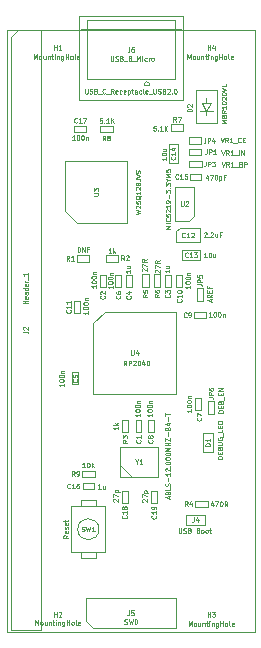
<source format=gbr>
G04 #@! TF.GenerationSoftware,KiCad,Pcbnew,(6.0.6)*
G04 #@! TF.CreationDate,2022-08-20T10:32:50+05:30*
G04 #@! TF.ProjectId,Mitayi-Pico-RP2040,4d697461-7969-42d5-9069-636f2d525032,0.2*
G04 #@! TF.SameCoordinates,PX848f8c0PY6ea0500*
G04 #@! TF.FileFunction,AssemblyDrawing,Top*
%FSLAX46Y46*%
G04 Gerber Fmt 4.6, Leading zero omitted, Abs format (unit mm)*
G04 Created by KiCad (PCBNEW (6.0.6)) date 2022-08-20 10:32:50*
%MOMM*%
%LPD*%
G01*
G04 APERTURE LIST*
G04 #@! TA.AperFunction,Profile*
%ADD10C,0.100000*%
G04 #@! TD*
%ADD11C,0.080000*%
%ADD12C,0.100000*%
G04 APERTURE END LIST*
D10*
X0Y51000000D02*
X21000000Y51000000D01*
X21000000Y0D02*
X0Y0D01*
X21000000Y51000000D02*
X21000000Y0D01*
X0Y0D02*
X0Y51000000D01*
D11*
X18310952Y18561429D02*
X17910952Y18561429D01*
X17910952Y18656667D01*
X17930000Y18713810D01*
X17968095Y18751905D01*
X18006190Y18770953D01*
X18082380Y18790000D01*
X18139523Y18790000D01*
X18215714Y18770953D01*
X18253809Y18751905D01*
X18291904Y18713810D01*
X18310952Y18656667D01*
X18310952Y18561429D01*
X18101428Y18961429D02*
X18101428Y19094762D01*
X18310952Y19151905D02*
X18310952Y18961429D01*
X17910952Y18961429D01*
X17910952Y19151905D01*
X18101428Y19456667D02*
X18120476Y19513810D01*
X18139523Y19532858D01*
X18177619Y19551905D01*
X18234761Y19551905D01*
X18272857Y19532858D01*
X18291904Y19513810D01*
X18310952Y19475715D01*
X18310952Y19323334D01*
X17910952Y19323334D01*
X17910952Y19456667D01*
X17930000Y19494762D01*
X17949047Y19513810D01*
X17987142Y19532858D01*
X18025238Y19532858D01*
X18063333Y19513810D01*
X18082380Y19494762D01*
X18101428Y19456667D01*
X18101428Y19323334D01*
X18349047Y19628096D02*
X18349047Y19932858D01*
X18101428Y20028096D02*
X18101428Y20161429D01*
X18310952Y20218572D02*
X18310952Y20028096D01*
X17910952Y20028096D01*
X17910952Y20218572D01*
X18310952Y20390000D02*
X17910952Y20390000D01*
X18310952Y20618572D01*
X17910952Y20618572D01*
X17080952Y19856667D02*
X17366666Y19856667D01*
X17423809Y19837620D01*
X17461904Y19799524D01*
X17480952Y19742381D01*
X17480952Y19704286D01*
X17480952Y20047143D02*
X17080952Y20047143D01*
X17080952Y20199524D01*
X17100000Y20237620D01*
X17119047Y20256667D01*
X17157142Y20275715D01*
X17214285Y20275715D01*
X17252380Y20256667D01*
X17271428Y20237620D01*
X17290476Y20199524D01*
X17290476Y20047143D01*
X17080952Y20618572D02*
X17080952Y20542381D01*
X17100000Y20504286D01*
X17119047Y20485239D01*
X17176190Y20447143D01*
X17252380Y20428096D01*
X17404761Y20428096D01*
X17442857Y20447143D01*
X17461904Y20466191D01*
X17480952Y20504286D01*
X17480952Y20580477D01*
X17461904Y20618572D01*
X17442857Y20637620D01*
X17404761Y20656667D01*
X17309523Y20656667D01*
X17271428Y20637620D01*
X17252380Y20618572D01*
X17233333Y20580477D01*
X17233333Y20504286D01*
X17252380Y20466191D01*
X17271428Y20447143D01*
X17309523Y20428096D01*
X18240952Y14659524D02*
X17840952Y14659524D01*
X17840952Y14754762D01*
X17860000Y14811905D01*
X17898095Y14850000D01*
X17936190Y14869048D01*
X18012380Y14888096D01*
X18069523Y14888096D01*
X18145714Y14869048D01*
X18183809Y14850000D01*
X18221904Y14811905D01*
X18240952Y14754762D01*
X18240952Y14659524D01*
X18031428Y15059524D02*
X18031428Y15192858D01*
X18240952Y15250000D02*
X18240952Y15059524D01*
X17840952Y15059524D01*
X17840952Y15250000D01*
X18031428Y15554762D02*
X18050476Y15611905D01*
X18069523Y15630953D01*
X18107619Y15650000D01*
X18164761Y15650000D01*
X18202857Y15630953D01*
X18221904Y15611905D01*
X18240952Y15573810D01*
X18240952Y15421429D01*
X17840952Y15421429D01*
X17840952Y15554762D01*
X17860000Y15592858D01*
X17879047Y15611905D01*
X17917142Y15630953D01*
X17955238Y15630953D01*
X17993333Y15611905D01*
X18012380Y15592858D01*
X18031428Y15554762D01*
X18031428Y15421429D01*
X17840952Y15821429D02*
X18164761Y15821429D01*
X18202857Y15840477D01*
X18221904Y15859524D01*
X18240952Y15897620D01*
X18240952Y15973810D01*
X18221904Y16011905D01*
X18202857Y16030953D01*
X18164761Y16050000D01*
X17840952Y16050000D01*
X17860000Y16450000D02*
X17840952Y16411905D01*
X17840952Y16354762D01*
X17860000Y16297620D01*
X17898095Y16259524D01*
X17936190Y16240477D01*
X18012380Y16221429D01*
X18069523Y16221429D01*
X18145714Y16240477D01*
X18183809Y16259524D01*
X18221904Y16297620D01*
X18240952Y16354762D01*
X18240952Y16392858D01*
X18221904Y16450000D01*
X18202857Y16469048D01*
X18069523Y16469048D01*
X18069523Y16392858D01*
X18279047Y16545239D02*
X18279047Y16850000D01*
X18240952Y17135715D02*
X18240952Y16945239D01*
X17840952Y16945239D01*
X18031428Y17269048D02*
X18031428Y17402381D01*
X18240952Y17459524D02*
X18240952Y17269048D01*
X17840952Y17269048D01*
X17840952Y17459524D01*
X18240952Y17630953D02*
X17840952Y17630953D01*
X17840952Y17726191D01*
X17860000Y17783334D01*
X17898095Y17821429D01*
X17936190Y17840477D01*
X18012380Y17859524D01*
X18069523Y17859524D01*
X18145714Y17840477D01*
X18183809Y17821429D01*
X18221904Y17783334D01*
X18240952Y17726191D01*
X18240952Y17630953D01*
X17210952Y15754762D02*
X16810952Y15754762D01*
X16810952Y15850000D01*
X16830000Y15907143D01*
X16868095Y15945239D01*
X16906190Y15964286D01*
X16982380Y15983334D01*
X17039523Y15983334D01*
X17115714Y15964286D01*
X17153809Y15945239D01*
X17191904Y15907143D01*
X17210952Y15850000D01*
X17210952Y15754762D01*
X17210952Y16364286D02*
X17210952Y16135715D01*
X17210952Y16250000D02*
X16810952Y16250000D01*
X16868095Y16211905D01*
X16906190Y16173810D01*
X16925238Y16135715D01*
X9049047Y11034286D02*
X9030000Y11053334D01*
X9010952Y11091429D01*
X9010952Y11186667D01*
X9030000Y11224762D01*
X9049047Y11243810D01*
X9087142Y11262858D01*
X9125238Y11262858D01*
X9182380Y11243810D01*
X9410952Y11015239D01*
X9410952Y11262858D01*
X9010952Y11396191D02*
X9010952Y11662858D01*
X9410952Y11491429D01*
X9144285Y11815239D02*
X9544285Y11815239D01*
X9163333Y11815239D02*
X9144285Y11853334D01*
X9144285Y11929524D01*
X9163333Y11967620D01*
X9182380Y11986667D01*
X9220476Y12005715D01*
X9334761Y12005715D01*
X9372857Y11986667D01*
X9391904Y11967620D01*
X9410952Y11929524D01*
X9410952Y11853334D01*
X9391904Y11815239D01*
X10122857Y9862858D02*
X10141904Y9843810D01*
X10160952Y9786667D01*
X10160952Y9748572D01*
X10141904Y9691429D01*
X10103809Y9653334D01*
X10065714Y9634286D01*
X9989523Y9615239D01*
X9932380Y9615239D01*
X9856190Y9634286D01*
X9818095Y9653334D01*
X9780000Y9691429D01*
X9760952Y9748572D01*
X9760952Y9786667D01*
X9780000Y9843810D01*
X9799047Y9862858D01*
X10160952Y10243810D02*
X10160952Y10015239D01*
X10160952Y10129524D02*
X9760952Y10129524D01*
X9818095Y10091429D01*
X9856190Y10053334D01*
X9875238Y10015239D01*
X9932380Y10472381D02*
X9913333Y10434286D01*
X9894285Y10415239D01*
X9856190Y10396191D01*
X9837142Y10396191D01*
X9799047Y10415239D01*
X9780000Y10434286D01*
X9760952Y10472381D01*
X9760952Y10548572D01*
X9780000Y10586667D01*
X9799047Y10605715D01*
X9837142Y10624762D01*
X9856190Y10624762D01*
X9894285Y10605715D01*
X9913333Y10586667D01*
X9932380Y10548572D01*
X9932380Y10472381D01*
X9951428Y10434286D01*
X9970476Y10415239D01*
X10008571Y10396191D01*
X10084761Y10396191D01*
X10122857Y10415239D01*
X10141904Y10434286D01*
X10160952Y10472381D01*
X10160952Y10548572D01*
X10141904Y10586667D01*
X10122857Y10605715D01*
X10084761Y10624762D01*
X10008571Y10624762D01*
X9970476Y10605715D01*
X9951428Y10586667D01*
X9932380Y10548572D01*
X6870952Y27162381D02*
X6870952Y26933810D01*
X6870952Y27048096D02*
X6470952Y27048096D01*
X6528095Y27010000D01*
X6566190Y26971905D01*
X6585238Y26933810D01*
X6470952Y27410000D02*
X6470952Y27448096D01*
X6490000Y27486191D01*
X6509047Y27505239D01*
X6547142Y27524286D01*
X6623333Y27543334D01*
X6718571Y27543334D01*
X6794761Y27524286D01*
X6832857Y27505239D01*
X6851904Y27486191D01*
X6870952Y27448096D01*
X6870952Y27410000D01*
X6851904Y27371905D01*
X6832857Y27352858D01*
X6794761Y27333810D01*
X6718571Y27314762D01*
X6623333Y27314762D01*
X6547142Y27333810D01*
X6509047Y27352858D01*
X6490000Y27371905D01*
X6470952Y27410000D01*
X6470952Y27790953D02*
X6470952Y27829048D01*
X6490000Y27867143D01*
X6509047Y27886191D01*
X6547142Y27905239D01*
X6623333Y27924286D01*
X6718571Y27924286D01*
X6794761Y27905239D01*
X6832857Y27886191D01*
X6851904Y27867143D01*
X6870952Y27829048D01*
X6870952Y27790953D01*
X6851904Y27752858D01*
X6832857Y27733810D01*
X6794761Y27714762D01*
X6718571Y27695715D01*
X6623333Y27695715D01*
X6547142Y27714762D01*
X6509047Y27733810D01*
X6490000Y27752858D01*
X6470952Y27790953D01*
X6604285Y28095715D02*
X6870952Y28095715D01*
X6642380Y28095715D02*
X6623333Y28114762D01*
X6604285Y28152858D01*
X6604285Y28210000D01*
X6623333Y28248096D01*
X6661428Y28267143D01*
X6870952Y28267143D01*
X5372857Y27262858D02*
X5391904Y27243810D01*
X5410952Y27186667D01*
X5410952Y27148572D01*
X5391904Y27091429D01*
X5353809Y27053334D01*
X5315714Y27034286D01*
X5239523Y27015239D01*
X5182380Y27015239D01*
X5106190Y27034286D01*
X5068095Y27053334D01*
X5030000Y27091429D01*
X5010952Y27148572D01*
X5010952Y27186667D01*
X5030000Y27243810D01*
X5049047Y27262858D01*
X5410952Y27643810D02*
X5410952Y27415239D01*
X5410952Y27529524D02*
X5010952Y27529524D01*
X5068095Y27491429D01*
X5106190Y27453334D01*
X5125238Y27415239D01*
X5410952Y28024762D02*
X5410952Y27796191D01*
X5410952Y27910477D02*
X5010952Y27910477D01*
X5068095Y27872381D01*
X5106190Y27834286D01*
X5125238Y27796191D01*
X14556666Y8789048D02*
X14556666Y8465239D01*
X14575714Y8427143D01*
X14594761Y8408096D01*
X14632857Y8389048D01*
X14709047Y8389048D01*
X14747142Y8408096D01*
X14766190Y8427143D01*
X14785238Y8465239D01*
X14785238Y8789048D01*
X14956666Y8408096D02*
X15013809Y8389048D01*
X15109047Y8389048D01*
X15147142Y8408096D01*
X15166190Y8427143D01*
X15185238Y8465239D01*
X15185238Y8503334D01*
X15166190Y8541429D01*
X15147142Y8560477D01*
X15109047Y8579524D01*
X15032857Y8598572D01*
X14994761Y8617620D01*
X14975714Y8636667D01*
X14956666Y8674762D01*
X14956666Y8712858D01*
X14975714Y8750953D01*
X14994761Y8770000D01*
X15032857Y8789048D01*
X15128095Y8789048D01*
X15185238Y8770000D01*
X15490000Y8598572D02*
X15547142Y8579524D01*
X15566190Y8560477D01*
X15585238Y8522381D01*
X15585238Y8465239D01*
X15566190Y8427143D01*
X15547142Y8408096D01*
X15509047Y8389048D01*
X15356666Y8389048D01*
X15356666Y8789048D01*
X15490000Y8789048D01*
X15528095Y8770000D01*
X15547142Y8750953D01*
X15566190Y8712858D01*
X15566190Y8674762D01*
X15547142Y8636667D01*
X15528095Y8617620D01*
X15490000Y8598572D01*
X15356666Y8598572D01*
X16194761Y8598572D02*
X16251904Y8579524D01*
X16270952Y8560477D01*
X16290000Y8522381D01*
X16290000Y8465239D01*
X16270952Y8427143D01*
X16251904Y8408096D01*
X16213809Y8389048D01*
X16061428Y8389048D01*
X16061428Y8789048D01*
X16194761Y8789048D01*
X16232857Y8770000D01*
X16251904Y8750953D01*
X16270952Y8712858D01*
X16270952Y8674762D01*
X16251904Y8636667D01*
X16232857Y8617620D01*
X16194761Y8598572D01*
X16061428Y8598572D01*
X16518571Y8389048D02*
X16480476Y8408096D01*
X16461428Y8427143D01*
X16442380Y8465239D01*
X16442380Y8579524D01*
X16461428Y8617620D01*
X16480476Y8636667D01*
X16518571Y8655715D01*
X16575714Y8655715D01*
X16613809Y8636667D01*
X16632857Y8617620D01*
X16651904Y8579524D01*
X16651904Y8465239D01*
X16632857Y8427143D01*
X16613809Y8408096D01*
X16575714Y8389048D01*
X16518571Y8389048D01*
X16880476Y8389048D02*
X16842380Y8408096D01*
X16823333Y8427143D01*
X16804285Y8465239D01*
X16804285Y8579524D01*
X16823333Y8617620D01*
X16842380Y8636667D01*
X16880476Y8655715D01*
X16937619Y8655715D01*
X16975714Y8636667D01*
X16994761Y8617620D01*
X17013809Y8579524D01*
X17013809Y8465239D01*
X16994761Y8427143D01*
X16975714Y8408096D01*
X16937619Y8389048D01*
X16880476Y8389048D01*
X17128095Y8655715D02*
X17280476Y8655715D01*
X17185238Y8789048D02*
X17185238Y8446191D01*
X17204285Y8408096D01*
X17242380Y8389048D01*
X17280476Y8389048D01*
X15856666Y9719048D02*
X15856666Y9433334D01*
X15837619Y9376191D01*
X15799523Y9338096D01*
X15742380Y9319048D01*
X15704285Y9319048D01*
X16218571Y9585715D02*
X16218571Y9319048D01*
X16123333Y9738096D02*
X16028095Y9452381D01*
X16275714Y9452381D01*
X18193809Y39789048D02*
X18327142Y39389048D01*
X18460476Y39789048D01*
X18822380Y39389048D02*
X18689047Y39579524D01*
X18593809Y39389048D02*
X18593809Y39789048D01*
X18746190Y39789048D01*
X18784285Y39770000D01*
X18803333Y39750953D01*
X18822380Y39712858D01*
X18822380Y39655715D01*
X18803333Y39617620D01*
X18784285Y39598572D01*
X18746190Y39579524D01*
X18593809Y39579524D01*
X19203333Y39389048D02*
X18974761Y39389048D01*
X19089047Y39389048D02*
X19089047Y39789048D01*
X19050952Y39731905D01*
X19012857Y39693810D01*
X18974761Y39674762D01*
X19279523Y39350953D02*
X19584285Y39350953D01*
X19812857Y39598572D02*
X19870000Y39579524D01*
X19889047Y39560477D01*
X19908095Y39522381D01*
X19908095Y39465239D01*
X19889047Y39427143D01*
X19870000Y39408096D01*
X19831904Y39389048D01*
X19679523Y39389048D01*
X19679523Y39789048D01*
X19812857Y39789048D01*
X19850952Y39770000D01*
X19870000Y39750953D01*
X19889047Y39712858D01*
X19889047Y39674762D01*
X19870000Y39636667D01*
X19850952Y39617620D01*
X19812857Y39598572D01*
X19679523Y39598572D01*
X20079523Y39389048D02*
X20079523Y39789048D01*
X20231904Y39789048D01*
X20270000Y39770000D01*
X20289047Y39750953D01*
X20308095Y39712858D01*
X20308095Y39655715D01*
X20289047Y39617620D01*
X20270000Y39598572D01*
X20231904Y39579524D01*
X20079523Y39579524D01*
X16836666Y39819048D02*
X16836666Y39533334D01*
X16817619Y39476191D01*
X16779523Y39438096D01*
X16722380Y39419048D01*
X16684285Y39419048D01*
X17027142Y39419048D02*
X17027142Y39819048D01*
X17179523Y39819048D01*
X17217619Y39800000D01*
X17236666Y39780953D01*
X17255714Y39742858D01*
X17255714Y39685715D01*
X17236666Y39647620D01*
X17217619Y39628572D01*
X17179523Y39609524D01*
X17027142Y39609524D01*
X17389047Y39819048D02*
X17636666Y39819048D01*
X17503333Y39666667D01*
X17560476Y39666667D01*
X17598571Y39647620D01*
X17617619Y39628572D01*
X17636666Y39590477D01*
X17636666Y39495239D01*
X17617619Y39457143D01*
X17598571Y39438096D01*
X17560476Y39419048D01*
X17446190Y39419048D01*
X17408095Y39438096D01*
X17389047Y39457143D01*
X13500952Y40192858D02*
X13500952Y39964286D01*
X13500952Y40078572D02*
X13100952Y40078572D01*
X13158095Y40040477D01*
X13196190Y40002381D01*
X13215238Y39964286D01*
X13100952Y40440477D02*
X13100952Y40478572D01*
X13120000Y40516667D01*
X13139047Y40535715D01*
X13177142Y40554762D01*
X13253333Y40573810D01*
X13348571Y40573810D01*
X13424761Y40554762D01*
X13462857Y40535715D01*
X13481904Y40516667D01*
X13500952Y40478572D01*
X13500952Y40440477D01*
X13481904Y40402381D01*
X13462857Y40383334D01*
X13424761Y40364286D01*
X13348571Y40345239D01*
X13253333Y40345239D01*
X13177142Y40364286D01*
X13139047Y40383334D01*
X13120000Y40402381D01*
X13100952Y40440477D01*
X13234285Y40916667D02*
X13500952Y40916667D01*
X13234285Y40745239D02*
X13443809Y40745239D01*
X13481904Y40764286D01*
X13500952Y40802381D01*
X13500952Y40859524D01*
X13481904Y40897620D01*
X13462857Y40916667D01*
X14232857Y40232858D02*
X14251904Y40213810D01*
X14270952Y40156667D01*
X14270952Y40118572D01*
X14251904Y40061429D01*
X14213809Y40023334D01*
X14175714Y40004286D01*
X14099523Y39985239D01*
X14042380Y39985239D01*
X13966190Y40004286D01*
X13928095Y40023334D01*
X13890000Y40061429D01*
X13870952Y40118572D01*
X13870952Y40156667D01*
X13890000Y40213810D01*
X13909047Y40232858D01*
X14270952Y40613810D02*
X14270952Y40385239D01*
X14270952Y40499524D02*
X13870952Y40499524D01*
X13928095Y40461429D01*
X13966190Y40423334D01*
X13985238Y40385239D01*
X14004285Y40956667D02*
X14270952Y40956667D01*
X13851904Y40861429D02*
X14137619Y40766191D01*
X14137619Y41013810D01*
X4820952Y21032381D02*
X4820952Y20803810D01*
X4820952Y20918096D02*
X4420952Y20918096D01*
X4478095Y20880000D01*
X4516190Y20841905D01*
X4535238Y20803810D01*
X4420952Y21280000D02*
X4420952Y21318096D01*
X4440000Y21356191D01*
X4459047Y21375239D01*
X4497142Y21394286D01*
X4573333Y21413334D01*
X4668571Y21413334D01*
X4744761Y21394286D01*
X4782857Y21375239D01*
X4801904Y21356191D01*
X4820952Y21318096D01*
X4820952Y21280000D01*
X4801904Y21241905D01*
X4782857Y21222858D01*
X4744761Y21203810D01*
X4668571Y21184762D01*
X4573333Y21184762D01*
X4497142Y21203810D01*
X4459047Y21222858D01*
X4440000Y21241905D01*
X4420952Y21280000D01*
X4420952Y21660953D02*
X4420952Y21699048D01*
X4440000Y21737143D01*
X4459047Y21756191D01*
X4497142Y21775239D01*
X4573333Y21794286D01*
X4668571Y21794286D01*
X4744761Y21775239D01*
X4782857Y21756191D01*
X4801904Y21737143D01*
X4820952Y21699048D01*
X4820952Y21660953D01*
X4801904Y21622858D01*
X4782857Y21603810D01*
X4744761Y21584762D01*
X4668571Y21565715D01*
X4573333Y21565715D01*
X4497142Y21584762D01*
X4459047Y21603810D01*
X4440000Y21622858D01*
X4420952Y21660953D01*
X4554285Y21965715D02*
X4820952Y21965715D01*
X4592380Y21965715D02*
X4573333Y21984762D01*
X4554285Y22022858D01*
X4554285Y22080000D01*
X4573333Y22118096D01*
X4611428Y22137143D01*
X4820952Y22137143D01*
X5942857Y21413334D02*
X5961904Y21394286D01*
X5980952Y21337143D01*
X5980952Y21299048D01*
X5961904Y21241905D01*
X5923809Y21203810D01*
X5885714Y21184762D01*
X5809523Y21165715D01*
X5752380Y21165715D01*
X5676190Y21184762D01*
X5638095Y21203810D01*
X5600000Y21241905D01*
X5580952Y21299048D01*
X5580952Y21337143D01*
X5600000Y21394286D01*
X5619047Y21413334D01*
X5580952Y21775239D02*
X5580952Y21584762D01*
X5771428Y21565715D01*
X5752380Y21584762D01*
X5733333Y21622858D01*
X5733333Y21718096D01*
X5752380Y21756191D01*
X5771428Y21775239D01*
X5809523Y21794286D01*
X5904761Y21794286D01*
X5942857Y21775239D01*
X5961904Y21756191D01*
X5980952Y21718096D01*
X5980952Y21622858D01*
X5961904Y21584762D01*
X5942857Y21565715D01*
X15515952Y29322381D02*
X15515952Y29093810D01*
X15515952Y29208096D02*
X15115952Y29208096D01*
X15173095Y29170000D01*
X15211190Y29131905D01*
X15230238Y29093810D01*
X15115952Y29570000D02*
X15115952Y29608096D01*
X15135000Y29646191D01*
X15154047Y29665239D01*
X15192142Y29684286D01*
X15268333Y29703334D01*
X15363571Y29703334D01*
X15439761Y29684286D01*
X15477857Y29665239D01*
X15496904Y29646191D01*
X15515952Y29608096D01*
X15515952Y29570000D01*
X15496904Y29531905D01*
X15477857Y29512858D01*
X15439761Y29493810D01*
X15363571Y29474762D01*
X15268333Y29474762D01*
X15192142Y29493810D01*
X15154047Y29512858D01*
X15135000Y29531905D01*
X15115952Y29570000D01*
X15115952Y29950953D02*
X15115952Y29989048D01*
X15135000Y30027143D01*
X15154047Y30046191D01*
X15192142Y30065239D01*
X15268333Y30084286D01*
X15363571Y30084286D01*
X15439761Y30065239D01*
X15477857Y30046191D01*
X15496904Y30027143D01*
X15515952Y29989048D01*
X15515952Y29950953D01*
X15496904Y29912858D01*
X15477857Y29893810D01*
X15439761Y29874762D01*
X15363571Y29855715D01*
X15268333Y29855715D01*
X15192142Y29874762D01*
X15154047Y29893810D01*
X15135000Y29912858D01*
X15115952Y29950953D01*
X15249285Y30255715D02*
X15515952Y30255715D01*
X15287380Y30255715D02*
X15268333Y30274762D01*
X15249285Y30312858D01*
X15249285Y30370000D01*
X15268333Y30408096D01*
X15306428Y30427143D01*
X15515952Y30427143D01*
X14752857Y28172858D02*
X14771904Y28153810D01*
X14790952Y28096667D01*
X14790952Y28058572D01*
X14771904Y28001429D01*
X14733809Y27963334D01*
X14695714Y27944286D01*
X14619523Y27925239D01*
X14562380Y27925239D01*
X14486190Y27944286D01*
X14448095Y27963334D01*
X14410000Y28001429D01*
X14390952Y28058572D01*
X14390952Y28096667D01*
X14410000Y28153810D01*
X14429047Y28172858D01*
X14790952Y28553810D02*
X14790952Y28325239D01*
X14790952Y28439524D02*
X14390952Y28439524D01*
X14448095Y28401429D01*
X14486190Y28363334D01*
X14505238Y28325239D01*
X14390952Y28801429D02*
X14390952Y28839524D01*
X14410000Y28877620D01*
X14429047Y28896667D01*
X14467142Y28915715D01*
X14543333Y28934762D01*
X14638571Y28934762D01*
X14714761Y28915715D01*
X14752857Y28896667D01*
X14771904Y28877620D01*
X14790952Y28839524D01*
X14790952Y28801429D01*
X14771904Y28763334D01*
X14752857Y28744286D01*
X14714761Y28725239D01*
X14638571Y28706191D01*
X14543333Y28706191D01*
X14467142Y28725239D01*
X14429047Y28744286D01*
X14410000Y28763334D01*
X14390952Y28801429D01*
X7953333Y12119048D02*
X7724761Y12119048D01*
X7839047Y12119048D02*
X7839047Y12519048D01*
X7800952Y12461905D01*
X7762857Y12423810D01*
X7724761Y12404762D01*
X8296190Y12385715D02*
X8296190Y12119048D01*
X8124761Y12385715D02*
X8124761Y12176191D01*
X8143809Y12138096D01*
X8181904Y12119048D01*
X8239047Y12119048D01*
X8277142Y12138096D01*
X8296190Y12157143D01*
X5352857Y12197143D02*
X5333809Y12178096D01*
X5276666Y12159048D01*
X5238571Y12159048D01*
X5181428Y12178096D01*
X5143333Y12216191D01*
X5124285Y12254286D01*
X5105238Y12330477D01*
X5105238Y12387620D01*
X5124285Y12463810D01*
X5143333Y12501905D01*
X5181428Y12540000D01*
X5238571Y12559048D01*
X5276666Y12559048D01*
X5333809Y12540000D01*
X5352857Y12520953D01*
X5733809Y12159048D02*
X5505238Y12159048D01*
X5619523Y12159048D02*
X5619523Y12559048D01*
X5581428Y12501905D01*
X5543333Y12463810D01*
X5505238Y12444762D01*
X6076666Y12559048D02*
X6000476Y12559048D01*
X5962380Y12540000D01*
X5943333Y12520953D01*
X5905238Y12463810D01*
X5886190Y12387620D01*
X5886190Y12235239D01*
X5905238Y12197143D01*
X5924285Y12178096D01*
X5962380Y12159048D01*
X6038571Y12159048D01*
X6076666Y12178096D01*
X6095714Y12197143D01*
X6114761Y12235239D01*
X6114761Y12330477D01*
X6095714Y12368572D01*
X6076666Y12387620D01*
X6038571Y12406667D01*
X5962380Y12406667D01*
X5924285Y12387620D01*
X5905238Y12368572D01*
X5886190Y12330477D01*
X8852380Y32079048D02*
X8623809Y32079048D01*
X8738095Y32079048D02*
X8738095Y32479048D01*
X8700000Y32421905D01*
X8661904Y32383810D01*
X8623809Y32364762D01*
X9023809Y32079048D02*
X9023809Y32479048D01*
X9061904Y32231429D02*
X9176190Y32079048D01*
X9176190Y32345715D02*
X9023809Y32193334D01*
X9933333Y31479048D02*
X9800000Y31669524D01*
X9704761Y31479048D02*
X9704761Y31879048D01*
X9857142Y31879048D01*
X9895238Y31860000D01*
X9914285Y31840953D01*
X9933333Y31802858D01*
X9933333Y31745715D01*
X9914285Y31707620D01*
X9895238Y31688572D01*
X9857142Y31669524D01*
X9704761Y31669524D01*
X10085714Y31840953D02*
X10104761Y31860000D01*
X10142857Y31879048D01*
X10238095Y31879048D01*
X10276190Y31860000D01*
X10295238Y31840953D01*
X10314285Y31802858D01*
X10314285Y31764762D01*
X10295238Y31707620D01*
X10066666Y31479048D01*
X10314285Y31479048D01*
X17465238Y10915715D02*
X17465238Y10649048D01*
X17370000Y11068096D02*
X17274761Y10782381D01*
X17522380Y10782381D01*
X17636666Y11049048D02*
X17903333Y11049048D01*
X17731904Y10649048D01*
X18131904Y11049048D02*
X18170000Y11049048D01*
X18208095Y11030000D01*
X18227142Y11010953D01*
X18246190Y10972858D01*
X18265238Y10896667D01*
X18265238Y10801429D01*
X18246190Y10725239D01*
X18227142Y10687143D01*
X18208095Y10668096D01*
X18170000Y10649048D01*
X18131904Y10649048D01*
X18093809Y10668096D01*
X18074761Y10687143D01*
X18055714Y10725239D01*
X18036666Y10801429D01*
X18036666Y10896667D01*
X18055714Y10972858D01*
X18074761Y11010953D01*
X18093809Y11030000D01*
X18131904Y11049048D01*
X18665238Y10649048D02*
X18531904Y10839524D01*
X18436666Y10649048D02*
X18436666Y11049048D01*
X18589047Y11049048D01*
X18627142Y11030000D01*
X18646190Y11010953D01*
X18665238Y10972858D01*
X18665238Y10915715D01*
X18646190Y10877620D01*
X18627142Y10858572D01*
X18589047Y10839524D01*
X18436666Y10839524D01*
X15303333Y10679048D02*
X15170000Y10869524D01*
X15074761Y10679048D02*
X15074761Y11079048D01*
X15227142Y11079048D01*
X15265238Y11060000D01*
X15284285Y11040953D01*
X15303333Y11002858D01*
X15303333Y10945715D01*
X15284285Y10907620D01*
X15265238Y10888572D01*
X15227142Y10869524D01*
X15074761Y10869524D01*
X15646190Y10945715D02*
X15646190Y10679048D01*
X15550952Y11098096D02*
X15455714Y10812381D01*
X15703333Y10812381D01*
X15385714Y509048D02*
X15385714Y909048D01*
X15519047Y623334D01*
X15652380Y909048D01*
X15652380Y509048D01*
X15900000Y509048D02*
X15861904Y528096D01*
X15842857Y547143D01*
X15823809Y585239D01*
X15823809Y699524D01*
X15842857Y737620D01*
X15861904Y756667D01*
X15900000Y775715D01*
X15957142Y775715D01*
X15995238Y756667D01*
X16014285Y737620D01*
X16033333Y699524D01*
X16033333Y585239D01*
X16014285Y547143D01*
X15995238Y528096D01*
X15957142Y509048D01*
X15900000Y509048D01*
X16376190Y775715D02*
X16376190Y509048D01*
X16204761Y775715D02*
X16204761Y566191D01*
X16223809Y528096D01*
X16261904Y509048D01*
X16319047Y509048D01*
X16357142Y528096D01*
X16376190Y547143D01*
X16566666Y775715D02*
X16566666Y509048D01*
X16566666Y737620D02*
X16585714Y756667D01*
X16623809Y775715D01*
X16680952Y775715D01*
X16719047Y756667D01*
X16738095Y718572D01*
X16738095Y509048D01*
X16871428Y775715D02*
X17023809Y775715D01*
X16928571Y909048D02*
X16928571Y566191D01*
X16947619Y528096D01*
X16985714Y509048D01*
X17023809Y509048D01*
X17157142Y509048D02*
X17157142Y775715D01*
X17157142Y909048D02*
X17138095Y890000D01*
X17157142Y870953D01*
X17176190Y890000D01*
X17157142Y909048D01*
X17157142Y870953D01*
X17347619Y775715D02*
X17347619Y509048D01*
X17347619Y737620D02*
X17366666Y756667D01*
X17404761Y775715D01*
X17461904Y775715D01*
X17500000Y756667D01*
X17519047Y718572D01*
X17519047Y509048D01*
X17880952Y775715D02*
X17880952Y451905D01*
X17861904Y413810D01*
X17842857Y394762D01*
X17804761Y375715D01*
X17747619Y375715D01*
X17709523Y394762D01*
X17880952Y528096D02*
X17842857Y509048D01*
X17766666Y509048D01*
X17728571Y528096D01*
X17709523Y547143D01*
X17690476Y585239D01*
X17690476Y699524D01*
X17709523Y737620D01*
X17728571Y756667D01*
X17766666Y775715D01*
X17842857Y775715D01*
X17880952Y756667D01*
X18071428Y509048D02*
X18071428Y909048D01*
X18071428Y718572D02*
X18300000Y718572D01*
X18300000Y509048D02*
X18300000Y909048D01*
X18547619Y509048D02*
X18509523Y528096D01*
X18490476Y547143D01*
X18471428Y585239D01*
X18471428Y699524D01*
X18490476Y737620D01*
X18509523Y756667D01*
X18547619Y775715D01*
X18604761Y775715D01*
X18642857Y756667D01*
X18661904Y737620D01*
X18680952Y699524D01*
X18680952Y585239D01*
X18661904Y547143D01*
X18642857Y528096D01*
X18604761Y509048D01*
X18547619Y509048D01*
X18909523Y509048D02*
X18871428Y528096D01*
X18852380Y566191D01*
X18852380Y909048D01*
X19214285Y528096D02*
X19176190Y509048D01*
X19100000Y509048D01*
X19061904Y528096D01*
X19042857Y566191D01*
X19042857Y718572D01*
X19061904Y756667D01*
X19100000Y775715D01*
X19176190Y775715D01*
X19214285Y756667D01*
X19233333Y718572D01*
X19233333Y680477D01*
X19042857Y642381D01*
X16995238Y1309048D02*
X16995238Y1709048D01*
X16995238Y1518572D02*
X17223809Y1518572D01*
X17223809Y1309048D02*
X17223809Y1709048D01*
X17376190Y1709048D02*
X17623809Y1709048D01*
X17490476Y1556667D01*
X17547619Y1556667D01*
X17585714Y1537620D01*
X17604761Y1518572D01*
X17623809Y1480477D01*
X17623809Y1385239D01*
X17604761Y1347143D01*
X17585714Y1328096D01*
X17547619Y1309048D01*
X17433333Y1309048D01*
X17395238Y1328096D01*
X17376190Y1347143D01*
X9430952Y17372381D02*
X9430952Y17143810D01*
X9430952Y17258096D02*
X9030952Y17258096D01*
X9088095Y17220000D01*
X9126190Y17181905D01*
X9145238Y17143810D01*
X9430952Y17543810D02*
X9030952Y17543810D01*
X9278571Y17581905D02*
X9430952Y17696191D01*
X9164285Y17696191D02*
X9316666Y17543810D01*
X10200952Y16253334D02*
X10010476Y16120000D01*
X10200952Y16024762D02*
X9800952Y16024762D01*
X9800952Y16177143D01*
X9820000Y16215239D01*
X9839047Y16234286D01*
X9877142Y16253334D01*
X9934285Y16253334D01*
X9972380Y16234286D01*
X9991428Y16215239D01*
X10010476Y16177143D01*
X10010476Y16024762D01*
X9800952Y16386667D02*
X9800952Y16634286D01*
X9953333Y16500953D01*
X9953333Y16558096D01*
X9972380Y16596191D01*
X9991428Y16615239D01*
X10029523Y16634286D01*
X10124761Y16634286D01*
X10162857Y16615239D01*
X10181904Y16596191D01*
X10200952Y16558096D01*
X10200952Y16443810D01*
X10181904Y16405715D01*
X10162857Y16386667D01*
X17332380Y26689048D02*
X17103809Y26689048D01*
X17218095Y26689048D02*
X17218095Y27089048D01*
X17180000Y27031905D01*
X17141904Y26993810D01*
X17103809Y26974762D01*
X17580000Y27089048D02*
X17618095Y27089048D01*
X17656190Y27070000D01*
X17675238Y27050953D01*
X17694285Y27012858D01*
X17713333Y26936667D01*
X17713333Y26841429D01*
X17694285Y26765239D01*
X17675238Y26727143D01*
X17656190Y26708096D01*
X17618095Y26689048D01*
X17580000Y26689048D01*
X17541904Y26708096D01*
X17522857Y26727143D01*
X17503809Y26765239D01*
X17484761Y26841429D01*
X17484761Y26936667D01*
X17503809Y27012858D01*
X17522857Y27050953D01*
X17541904Y27070000D01*
X17580000Y27089048D01*
X17960952Y27089048D02*
X17999047Y27089048D01*
X18037142Y27070000D01*
X18056190Y27050953D01*
X18075238Y27012858D01*
X18094285Y26936667D01*
X18094285Y26841429D01*
X18075238Y26765239D01*
X18056190Y26727143D01*
X18037142Y26708096D01*
X17999047Y26689048D01*
X17960952Y26689048D01*
X17922857Y26708096D01*
X17903809Y26727143D01*
X17884761Y26765239D01*
X17865714Y26841429D01*
X17865714Y26936667D01*
X17884761Y27012858D01*
X17903809Y27050953D01*
X17922857Y27070000D01*
X17960952Y27089048D01*
X18265714Y26955715D02*
X18265714Y26689048D01*
X18265714Y26917620D02*
X18284761Y26936667D01*
X18322857Y26955715D01*
X18380000Y26955715D01*
X18418095Y26936667D01*
X18437142Y26898572D01*
X18437142Y26689048D01*
X15213333Y26687143D02*
X15194285Y26668096D01*
X15137142Y26649048D01*
X15099047Y26649048D01*
X15041904Y26668096D01*
X15003809Y26706191D01*
X14984761Y26744286D01*
X14965714Y26820477D01*
X14965714Y26877620D01*
X14984761Y26953810D01*
X15003809Y26991905D01*
X15041904Y27030000D01*
X15099047Y27049048D01*
X15137142Y27049048D01*
X15194285Y27030000D01*
X15213333Y27010953D01*
X15403809Y26649048D02*
X15480000Y26649048D01*
X15518095Y26668096D01*
X15537142Y26687143D01*
X15575238Y26744286D01*
X15594285Y26820477D01*
X15594285Y26972858D01*
X15575238Y27010953D01*
X15556190Y27030000D01*
X15518095Y27049048D01*
X15441904Y27049048D01*
X15403809Y27030000D01*
X15384761Y27010953D01*
X15365714Y26972858D01*
X15365714Y26877620D01*
X15384761Y26839524D01*
X15403809Y26820477D01*
X15441904Y26801429D01*
X15518095Y26801429D01*
X15556190Y26820477D01*
X15575238Y26839524D01*
X15594285Y26877620D01*
X13716666Y11290477D02*
X13716666Y11480953D01*
X13830952Y11252381D02*
X13430952Y11385715D01*
X13830952Y11519048D01*
X13621428Y11785715D02*
X13640476Y11842858D01*
X13659523Y11861905D01*
X13697619Y11880953D01*
X13754761Y11880953D01*
X13792857Y11861905D01*
X13811904Y11842858D01*
X13830952Y11804762D01*
X13830952Y11652381D01*
X13430952Y11652381D01*
X13430952Y11785715D01*
X13450000Y11823810D01*
X13469047Y11842858D01*
X13507142Y11861905D01*
X13545238Y11861905D01*
X13583333Y11842858D01*
X13602380Y11823810D01*
X13621428Y11785715D01*
X13621428Y11652381D01*
X13830952Y12242858D02*
X13830952Y12052381D01*
X13430952Y12052381D01*
X13811904Y12357143D02*
X13830952Y12414286D01*
X13830952Y12509524D01*
X13811904Y12547620D01*
X13792857Y12566667D01*
X13754761Y12585715D01*
X13716666Y12585715D01*
X13678571Y12566667D01*
X13659523Y12547620D01*
X13640476Y12509524D01*
X13621428Y12433334D01*
X13602380Y12395239D01*
X13583333Y12376191D01*
X13545238Y12357143D01*
X13507142Y12357143D01*
X13469047Y12376191D01*
X13450000Y12395239D01*
X13430952Y12433334D01*
X13430952Y12528572D01*
X13450000Y12585715D01*
X13678571Y12757143D02*
X13678571Y13061905D01*
X13830952Y13461905D02*
X13830952Y13233334D01*
X13830952Y13347620D02*
X13430952Y13347620D01*
X13488095Y13309524D01*
X13526190Y13271429D01*
X13545238Y13233334D01*
X13469047Y13614286D02*
X13450000Y13633334D01*
X13430952Y13671429D01*
X13430952Y13766667D01*
X13450000Y13804762D01*
X13469047Y13823810D01*
X13507142Y13842858D01*
X13545238Y13842858D01*
X13602380Y13823810D01*
X13830952Y13595239D01*
X13830952Y13842858D01*
X13792857Y14014286D02*
X13811904Y14033334D01*
X13830952Y14014286D01*
X13811904Y13995239D01*
X13792857Y14014286D01*
X13830952Y14014286D01*
X13430952Y14280953D02*
X13430952Y14319048D01*
X13450000Y14357143D01*
X13469047Y14376191D01*
X13507142Y14395239D01*
X13583333Y14414286D01*
X13678571Y14414286D01*
X13754761Y14395239D01*
X13792857Y14376191D01*
X13811904Y14357143D01*
X13830952Y14319048D01*
X13830952Y14280953D01*
X13811904Y14242858D01*
X13792857Y14223810D01*
X13754761Y14204762D01*
X13678571Y14185715D01*
X13583333Y14185715D01*
X13507142Y14204762D01*
X13469047Y14223810D01*
X13450000Y14242858D01*
X13430952Y14280953D01*
X13430952Y14661905D02*
X13430952Y14700000D01*
X13450000Y14738096D01*
X13469047Y14757143D01*
X13507142Y14776191D01*
X13583333Y14795239D01*
X13678571Y14795239D01*
X13754761Y14776191D01*
X13792857Y14757143D01*
X13811904Y14738096D01*
X13830952Y14700000D01*
X13830952Y14661905D01*
X13811904Y14623810D01*
X13792857Y14604762D01*
X13754761Y14585715D01*
X13678571Y14566667D01*
X13583333Y14566667D01*
X13507142Y14585715D01*
X13469047Y14604762D01*
X13450000Y14623810D01*
X13430952Y14661905D01*
X13430952Y15042858D02*
X13430952Y15080953D01*
X13450000Y15119048D01*
X13469047Y15138096D01*
X13507142Y15157143D01*
X13583333Y15176191D01*
X13678571Y15176191D01*
X13754761Y15157143D01*
X13792857Y15138096D01*
X13811904Y15119048D01*
X13830952Y15080953D01*
X13830952Y15042858D01*
X13811904Y15004762D01*
X13792857Y14985715D01*
X13754761Y14966667D01*
X13678571Y14947620D01*
X13583333Y14947620D01*
X13507142Y14966667D01*
X13469047Y14985715D01*
X13450000Y15004762D01*
X13430952Y15042858D01*
X13830952Y15347620D02*
X13430952Y15347620D01*
X13716666Y15480953D01*
X13430952Y15614286D01*
X13830952Y15614286D01*
X13830952Y15804762D02*
X13430952Y15804762D01*
X13621428Y15804762D02*
X13621428Y16033334D01*
X13830952Y16033334D02*
X13430952Y16033334D01*
X13430952Y16185715D02*
X13430952Y16452381D01*
X13830952Y16185715D01*
X13830952Y16452381D01*
X13678571Y16604762D02*
X13678571Y16909524D01*
X13621428Y17233334D02*
X13640476Y17290477D01*
X13659523Y17309524D01*
X13697619Y17328572D01*
X13754761Y17328572D01*
X13792857Y17309524D01*
X13811904Y17290477D01*
X13830952Y17252381D01*
X13830952Y17100000D01*
X13430952Y17100000D01*
X13430952Y17233334D01*
X13450000Y17271429D01*
X13469047Y17290477D01*
X13507142Y17309524D01*
X13545238Y17309524D01*
X13583333Y17290477D01*
X13602380Y17271429D01*
X13621428Y17233334D01*
X13621428Y17100000D01*
X13564285Y17671429D02*
X13830952Y17671429D01*
X13411904Y17576191D02*
X13697619Y17480953D01*
X13697619Y17728572D01*
X13678571Y17880953D02*
X13678571Y18185715D01*
X13430952Y18319048D02*
X13430952Y18547620D01*
X13830952Y18433334D02*
X13430952Y18433334D01*
X11009523Y14409524D02*
X11009523Y14219048D01*
X10876190Y14619048D02*
X11009523Y14409524D01*
X11142857Y14619048D01*
X11485714Y14219048D02*
X11257142Y14219048D01*
X11371428Y14219048D02*
X11371428Y14619048D01*
X11333333Y14561905D01*
X11295238Y14523810D01*
X11257142Y14504762D01*
X10131904Y22579048D02*
X9998571Y22769524D01*
X9903333Y22579048D02*
X9903333Y22979048D01*
X10055714Y22979048D01*
X10093809Y22960000D01*
X10112857Y22940953D01*
X10131904Y22902858D01*
X10131904Y22845715D01*
X10112857Y22807620D01*
X10093809Y22788572D01*
X10055714Y22769524D01*
X9903333Y22769524D01*
X10303333Y22579048D02*
X10303333Y22979048D01*
X10455714Y22979048D01*
X10493809Y22960000D01*
X10512857Y22940953D01*
X10531904Y22902858D01*
X10531904Y22845715D01*
X10512857Y22807620D01*
X10493809Y22788572D01*
X10455714Y22769524D01*
X10303333Y22769524D01*
X10684285Y22940953D02*
X10703333Y22960000D01*
X10741428Y22979048D01*
X10836666Y22979048D01*
X10874761Y22960000D01*
X10893809Y22940953D01*
X10912857Y22902858D01*
X10912857Y22864762D01*
X10893809Y22807620D01*
X10665238Y22579048D01*
X10912857Y22579048D01*
X11160476Y22979048D02*
X11198571Y22979048D01*
X11236666Y22960000D01*
X11255714Y22940953D01*
X11274761Y22902858D01*
X11293809Y22826667D01*
X11293809Y22731429D01*
X11274761Y22655239D01*
X11255714Y22617143D01*
X11236666Y22598096D01*
X11198571Y22579048D01*
X11160476Y22579048D01*
X11122380Y22598096D01*
X11103333Y22617143D01*
X11084285Y22655239D01*
X11065238Y22731429D01*
X11065238Y22826667D01*
X11084285Y22902858D01*
X11103333Y22940953D01*
X11122380Y22960000D01*
X11160476Y22979048D01*
X11636666Y22845715D02*
X11636666Y22579048D01*
X11541428Y22998096D02*
X11446190Y22712381D01*
X11693809Y22712381D01*
X11922380Y22979048D02*
X11960476Y22979048D01*
X11998571Y22960000D01*
X12017619Y22940953D01*
X12036666Y22902858D01*
X12055714Y22826667D01*
X12055714Y22731429D01*
X12036666Y22655239D01*
X12017619Y22617143D01*
X11998571Y22598096D01*
X11960476Y22579048D01*
X11922380Y22579048D01*
X11884285Y22598096D01*
X11865238Y22617143D01*
X11846190Y22655239D01*
X11827142Y22731429D01*
X11827142Y22826667D01*
X11846190Y22902858D01*
X11865238Y22940953D01*
X11884285Y22960000D01*
X11922380Y22979048D01*
X10515238Y23849048D02*
X10515238Y23525239D01*
X10534285Y23487143D01*
X10553333Y23468096D01*
X10591428Y23449048D01*
X10667619Y23449048D01*
X10705714Y23468096D01*
X10724761Y23487143D01*
X10743809Y23525239D01*
X10743809Y23849048D01*
X11105714Y23715715D02*
X11105714Y23449048D01*
X11010476Y23868096D02*
X10915238Y23582381D01*
X11162857Y23582381D01*
X11474047Y30545239D02*
X11455000Y30564286D01*
X11435952Y30602381D01*
X11435952Y30697620D01*
X11455000Y30735715D01*
X11474047Y30754762D01*
X11512142Y30773810D01*
X11550238Y30773810D01*
X11607380Y30754762D01*
X11835952Y30526191D01*
X11835952Y30773810D01*
X11435952Y30907143D02*
X11435952Y31173810D01*
X11835952Y31002381D01*
X11835952Y31554762D02*
X11645476Y31421429D01*
X11835952Y31326191D02*
X11435952Y31326191D01*
X11435952Y31478572D01*
X11455000Y31516667D01*
X11474047Y31535715D01*
X11512142Y31554762D01*
X11569285Y31554762D01*
X11607380Y31535715D01*
X11626428Y31516667D01*
X11645476Y31478572D01*
X11645476Y31326191D01*
X11905952Y28583334D02*
X11715476Y28450000D01*
X11905952Y28354762D02*
X11505952Y28354762D01*
X11505952Y28507143D01*
X11525000Y28545239D01*
X11544047Y28564286D01*
X11582142Y28583334D01*
X11639285Y28583334D01*
X11677380Y28564286D01*
X11696428Y28545239D01*
X11715476Y28507143D01*
X11715476Y28354762D01*
X11505952Y28945239D02*
X11505952Y28754762D01*
X11696428Y28735715D01*
X11677380Y28754762D01*
X11658333Y28792858D01*
X11658333Y28888096D01*
X11677380Y28926191D01*
X11696428Y28945239D01*
X11734523Y28964286D01*
X11829761Y28964286D01*
X11867857Y28945239D01*
X11886904Y28926191D01*
X11905952Y28888096D01*
X11905952Y28792858D01*
X11886904Y28754762D01*
X11867857Y28735715D01*
X7565952Y29382381D02*
X7565952Y29153810D01*
X7565952Y29268096D02*
X7165952Y29268096D01*
X7223095Y29230000D01*
X7261190Y29191905D01*
X7280238Y29153810D01*
X7165952Y29630000D02*
X7165952Y29668096D01*
X7185000Y29706191D01*
X7204047Y29725239D01*
X7242142Y29744286D01*
X7318333Y29763334D01*
X7413571Y29763334D01*
X7489761Y29744286D01*
X7527857Y29725239D01*
X7546904Y29706191D01*
X7565952Y29668096D01*
X7565952Y29630000D01*
X7546904Y29591905D01*
X7527857Y29572858D01*
X7489761Y29553810D01*
X7413571Y29534762D01*
X7318333Y29534762D01*
X7242142Y29553810D01*
X7204047Y29572858D01*
X7185000Y29591905D01*
X7165952Y29630000D01*
X7165952Y30010953D02*
X7165952Y30049048D01*
X7185000Y30087143D01*
X7204047Y30106191D01*
X7242142Y30125239D01*
X7318333Y30144286D01*
X7413571Y30144286D01*
X7489761Y30125239D01*
X7527857Y30106191D01*
X7546904Y30087143D01*
X7565952Y30049048D01*
X7565952Y30010953D01*
X7546904Y29972858D01*
X7527857Y29953810D01*
X7489761Y29934762D01*
X7413571Y29915715D01*
X7318333Y29915715D01*
X7242142Y29934762D01*
X7204047Y29953810D01*
X7185000Y29972858D01*
X7165952Y30010953D01*
X7299285Y30315715D02*
X7565952Y30315715D01*
X7337380Y30315715D02*
X7318333Y30334762D01*
X7299285Y30372858D01*
X7299285Y30430000D01*
X7318333Y30468096D01*
X7356428Y30487143D01*
X7565952Y30487143D01*
X8267857Y28463334D02*
X8286904Y28444286D01*
X8305952Y28387143D01*
X8305952Y28349048D01*
X8286904Y28291905D01*
X8248809Y28253810D01*
X8210714Y28234762D01*
X8134523Y28215715D01*
X8077380Y28215715D01*
X8001190Y28234762D01*
X7963095Y28253810D01*
X7925000Y28291905D01*
X7905952Y28349048D01*
X7905952Y28387143D01*
X7925000Y28444286D01*
X7944047Y28463334D01*
X7944047Y28615715D02*
X7925000Y28634762D01*
X7905952Y28672858D01*
X7905952Y28768096D01*
X7925000Y28806191D01*
X7944047Y28825239D01*
X7982142Y28844286D01*
X8020238Y28844286D01*
X8077380Y28825239D01*
X8305952Y28596667D01*
X8305952Y28844286D01*
X11270952Y18482381D02*
X11270952Y18253810D01*
X11270952Y18368096D02*
X10870952Y18368096D01*
X10928095Y18330000D01*
X10966190Y18291905D01*
X10985238Y18253810D01*
X10870952Y18730000D02*
X10870952Y18768096D01*
X10890000Y18806191D01*
X10909047Y18825239D01*
X10947142Y18844286D01*
X11023333Y18863334D01*
X11118571Y18863334D01*
X11194761Y18844286D01*
X11232857Y18825239D01*
X11251904Y18806191D01*
X11270952Y18768096D01*
X11270952Y18730000D01*
X11251904Y18691905D01*
X11232857Y18672858D01*
X11194761Y18653810D01*
X11118571Y18634762D01*
X11023333Y18634762D01*
X10947142Y18653810D01*
X10909047Y18672858D01*
X10890000Y18691905D01*
X10870952Y18730000D01*
X10870952Y19110953D02*
X10870952Y19149048D01*
X10890000Y19187143D01*
X10909047Y19206191D01*
X10947142Y19225239D01*
X11023333Y19244286D01*
X11118571Y19244286D01*
X11194761Y19225239D01*
X11232857Y19206191D01*
X11251904Y19187143D01*
X11270952Y19149048D01*
X11270952Y19110953D01*
X11251904Y19072858D01*
X11232857Y19053810D01*
X11194761Y19034762D01*
X11118571Y19015715D01*
X11023333Y19015715D01*
X10947142Y19034762D01*
X10909047Y19053810D01*
X10890000Y19072858D01*
X10870952Y19110953D01*
X11004285Y19415715D02*
X11270952Y19415715D01*
X11042380Y19415715D02*
X11023333Y19434762D01*
X11004285Y19472858D01*
X11004285Y19530000D01*
X11023333Y19568096D01*
X11061428Y19587143D01*
X11270952Y19587143D01*
X11292857Y16263334D02*
X11311904Y16244286D01*
X11330952Y16187143D01*
X11330952Y16149048D01*
X11311904Y16091905D01*
X11273809Y16053810D01*
X11235714Y16034762D01*
X11159523Y16015715D01*
X11102380Y16015715D01*
X11026190Y16034762D01*
X10988095Y16053810D01*
X10950000Y16091905D01*
X10930952Y16149048D01*
X10930952Y16187143D01*
X10950000Y16244286D01*
X10969047Y16263334D01*
X11330952Y16644286D02*
X11330952Y16415715D01*
X11330952Y16530000D02*
X10930952Y16530000D01*
X10988095Y16491905D01*
X11026190Y16453810D01*
X11045238Y16415715D01*
X10900952Y35402381D02*
X11300952Y35497620D01*
X11015238Y35573810D01*
X11300952Y35650000D01*
X10900952Y35745239D01*
X10939047Y35878572D02*
X10920000Y35897620D01*
X10900952Y35935715D01*
X10900952Y36030953D01*
X10920000Y36069048D01*
X10939047Y36088096D01*
X10977142Y36107143D01*
X11015238Y36107143D01*
X11072380Y36088096D01*
X11300952Y35859524D01*
X11300952Y36107143D01*
X10900952Y36469048D02*
X10900952Y36278572D01*
X11091428Y36259524D01*
X11072380Y36278572D01*
X11053333Y36316667D01*
X11053333Y36411905D01*
X11072380Y36450000D01*
X11091428Y36469048D01*
X11129523Y36488096D01*
X11224761Y36488096D01*
X11262857Y36469048D01*
X11281904Y36450000D01*
X11300952Y36411905D01*
X11300952Y36316667D01*
X11281904Y36278572D01*
X11262857Y36259524D01*
X11339047Y36926191D02*
X11320000Y36888096D01*
X11281904Y36850000D01*
X11224761Y36792858D01*
X11205714Y36754762D01*
X11205714Y36716667D01*
X11300952Y36735715D02*
X11281904Y36697620D01*
X11243809Y36659524D01*
X11167619Y36640477D01*
X11034285Y36640477D01*
X10958095Y36659524D01*
X10920000Y36697620D01*
X10900952Y36735715D01*
X10900952Y36811905D01*
X10920000Y36850000D01*
X10958095Y36888096D01*
X11034285Y36907143D01*
X11167619Y36907143D01*
X11243809Y36888096D01*
X11281904Y36850000D01*
X11300952Y36811905D01*
X11300952Y36735715D01*
X11300952Y37288096D02*
X11300952Y37059524D01*
X11300952Y37173810D02*
X10900952Y37173810D01*
X10958095Y37135715D01*
X10996190Y37097620D01*
X11015238Y37059524D01*
X10939047Y37440477D02*
X10920000Y37459524D01*
X10900952Y37497620D01*
X10900952Y37592858D01*
X10920000Y37630953D01*
X10939047Y37650000D01*
X10977142Y37669048D01*
X11015238Y37669048D01*
X11072380Y37650000D01*
X11300952Y37421429D01*
X11300952Y37669048D01*
X11072380Y37897620D02*
X11053333Y37859524D01*
X11034285Y37840477D01*
X10996190Y37821429D01*
X10977142Y37821429D01*
X10939047Y37840477D01*
X10920000Y37859524D01*
X10900952Y37897620D01*
X10900952Y37973810D01*
X10920000Y38011905D01*
X10939047Y38030953D01*
X10977142Y38050000D01*
X10996190Y38050000D01*
X11034285Y38030953D01*
X11053333Y38011905D01*
X11072380Y37973810D01*
X11072380Y37897620D01*
X11091428Y37859524D01*
X11110476Y37840477D01*
X11148571Y37821429D01*
X11224761Y37821429D01*
X11262857Y37840477D01*
X11281904Y37859524D01*
X11300952Y37897620D01*
X11300952Y37973810D01*
X11281904Y38011905D01*
X11262857Y38030953D01*
X11224761Y38050000D01*
X11148571Y38050000D01*
X11110476Y38030953D01*
X11091428Y38011905D01*
X11072380Y37973810D01*
X10900952Y38335715D02*
X11186666Y38335715D01*
X11243809Y38316667D01*
X11281904Y38278572D01*
X11300952Y38221429D01*
X11300952Y38183334D01*
X10900952Y38469048D02*
X11300952Y38602381D01*
X10900952Y38735715D01*
X11281904Y38850000D02*
X11300952Y38907143D01*
X11300952Y39002381D01*
X11281904Y39040477D01*
X11262857Y39059524D01*
X11224761Y39078572D01*
X11186666Y39078572D01*
X11148571Y39059524D01*
X11129523Y39040477D01*
X11110476Y39002381D01*
X11091428Y38926191D01*
X11072380Y38888096D01*
X11053333Y38869048D01*
X11015238Y38850000D01*
X10977142Y38850000D01*
X10939047Y38869048D01*
X10920000Y38888096D01*
X10900952Y38926191D01*
X10900952Y39021429D01*
X10920000Y39078572D01*
X7340952Y36945239D02*
X7664761Y36945239D01*
X7702857Y36964286D01*
X7721904Y36983334D01*
X7740952Y37021429D01*
X7740952Y37097620D01*
X7721904Y37135715D01*
X7702857Y37154762D01*
X7664761Y37173810D01*
X7340952Y37173810D01*
X7340952Y37326191D02*
X7340952Y37573810D01*
X7493333Y37440477D01*
X7493333Y37497620D01*
X7512380Y37535715D01*
X7531428Y37554762D01*
X7569523Y37573810D01*
X7664761Y37573810D01*
X7702857Y37554762D01*
X7721904Y37535715D01*
X7740952Y37497620D01*
X7740952Y37383334D01*
X7721904Y37345239D01*
X7702857Y37326191D01*
X10460952Y30658334D02*
X10460952Y30429762D01*
X10460952Y30544048D02*
X10060952Y30544048D01*
X10118095Y30505953D01*
X10156190Y30467858D01*
X10175238Y30429762D01*
X10194285Y31001191D02*
X10460952Y31001191D01*
X10194285Y30829762D02*
X10403809Y30829762D01*
X10441904Y30848810D01*
X10460952Y30886905D01*
X10460952Y30944048D01*
X10441904Y30982143D01*
X10422857Y31001191D01*
X10462857Y28458334D02*
X10481904Y28439286D01*
X10500952Y28382143D01*
X10500952Y28344048D01*
X10481904Y28286905D01*
X10443809Y28248810D01*
X10405714Y28229762D01*
X10329523Y28210715D01*
X10272380Y28210715D01*
X10196190Y28229762D01*
X10158095Y28248810D01*
X10120000Y28286905D01*
X10100952Y28344048D01*
X10100952Y28382143D01*
X10120000Y28439286D01*
X10139047Y28458334D01*
X10234285Y28801191D02*
X10500952Y28801191D01*
X10081904Y28705953D02*
X10367619Y28610715D01*
X10367619Y28858334D01*
X5984285Y32179048D02*
X5984285Y32579048D01*
X6079523Y32579048D01*
X6136666Y32560000D01*
X6174761Y32521905D01*
X6193809Y32483810D01*
X6212857Y32407620D01*
X6212857Y32350477D01*
X6193809Y32274286D01*
X6174761Y32236191D01*
X6136666Y32198096D01*
X6079523Y32179048D01*
X5984285Y32179048D01*
X6384285Y32179048D02*
X6384285Y32579048D01*
X6612857Y32179048D01*
X6612857Y32579048D01*
X6936666Y32388572D02*
X6803333Y32388572D01*
X6803333Y32179048D02*
X6803333Y32579048D01*
X6993809Y32579048D01*
X5303333Y31449048D02*
X5170000Y31639524D01*
X5074761Y31449048D02*
X5074761Y31849048D01*
X5227142Y31849048D01*
X5265238Y31830000D01*
X5284285Y31810953D01*
X5303333Y31772858D01*
X5303333Y31715715D01*
X5284285Y31677620D01*
X5265238Y31658572D01*
X5227142Y31639524D01*
X5074761Y31639524D01*
X5684285Y31449048D02*
X5455714Y31449048D01*
X5570000Y31449048D02*
X5570000Y31849048D01*
X5531904Y31791905D01*
X5493809Y31753810D01*
X5455714Y31734762D01*
X13770952Y30673334D02*
X13770952Y30444762D01*
X13770952Y30559048D02*
X13370952Y30559048D01*
X13428095Y30520953D01*
X13466190Y30482858D01*
X13485238Y30444762D01*
X13504285Y31016191D02*
X13770952Y31016191D01*
X13504285Y30844762D02*
X13713809Y30844762D01*
X13751904Y30863810D01*
X13770952Y30901905D01*
X13770952Y30959048D01*
X13751904Y30997143D01*
X13732857Y31016191D01*
X13772857Y28573334D02*
X13791904Y28554286D01*
X13810952Y28497143D01*
X13810952Y28459048D01*
X13791904Y28401905D01*
X13753809Y28363810D01*
X13715714Y28344762D01*
X13639523Y28325715D01*
X13582380Y28325715D01*
X13506190Y28344762D01*
X13468095Y28363810D01*
X13430000Y28401905D01*
X13410952Y28459048D01*
X13410952Y28497143D01*
X13430000Y28554286D01*
X13449047Y28573334D01*
X13410952Y28706667D02*
X13410952Y28954286D01*
X13563333Y28820953D01*
X13563333Y28878096D01*
X13582380Y28916191D01*
X13601428Y28935239D01*
X13639523Y28954286D01*
X13734761Y28954286D01*
X13772857Y28935239D01*
X13791904Y28916191D01*
X13810952Y28878096D01*
X13810952Y28763810D01*
X13791904Y28725715D01*
X13772857Y28706667D01*
X5762380Y41659048D02*
X5533809Y41659048D01*
X5648095Y41659048D02*
X5648095Y42059048D01*
X5610000Y42001905D01*
X5571904Y41963810D01*
X5533809Y41944762D01*
X6010000Y42059048D02*
X6048095Y42059048D01*
X6086190Y42040000D01*
X6105238Y42020953D01*
X6124285Y41982858D01*
X6143333Y41906667D01*
X6143333Y41811429D01*
X6124285Y41735239D01*
X6105238Y41697143D01*
X6086190Y41678096D01*
X6048095Y41659048D01*
X6010000Y41659048D01*
X5971904Y41678096D01*
X5952857Y41697143D01*
X5933809Y41735239D01*
X5914761Y41811429D01*
X5914761Y41906667D01*
X5933809Y41982858D01*
X5952857Y42020953D01*
X5971904Y42040000D01*
X6010000Y42059048D01*
X6390952Y42059048D02*
X6429047Y42059048D01*
X6467142Y42040000D01*
X6486190Y42020953D01*
X6505238Y41982858D01*
X6524285Y41906667D01*
X6524285Y41811429D01*
X6505238Y41735239D01*
X6486190Y41697143D01*
X6467142Y41678096D01*
X6429047Y41659048D01*
X6390952Y41659048D01*
X6352857Y41678096D01*
X6333809Y41697143D01*
X6314761Y41735239D01*
X6295714Y41811429D01*
X6295714Y41906667D01*
X6314761Y41982858D01*
X6333809Y42020953D01*
X6352857Y42040000D01*
X6390952Y42059048D01*
X6695714Y41925715D02*
X6695714Y41659048D01*
X6695714Y41887620D02*
X6714761Y41906667D01*
X6752857Y41925715D01*
X6810000Y41925715D01*
X6848095Y41906667D01*
X6867142Y41868572D01*
X6867142Y41659048D01*
X5952857Y43157143D02*
X5933809Y43138096D01*
X5876666Y43119048D01*
X5838571Y43119048D01*
X5781428Y43138096D01*
X5743333Y43176191D01*
X5724285Y43214286D01*
X5705238Y43290477D01*
X5705238Y43347620D01*
X5724285Y43423810D01*
X5743333Y43461905D01*
X5781428Y43500000D01*
X5838571Y43519048D01*
X5876666Y43519048D01*
X5933809Y43500000D01*
X5952857Y43480953D01*
X6333809Y43119048D02*
X6105238Y43119048D01*
X6219523Y43119048D02*
X6219523Y43519048D01*
X6181428Y43461905D01*
X6143333Y43423810D01*
X6105238Y43404762D01*
X6467142Y43519048D02*
X6733809Y43519048D01*
X6562380Y43119048D01*
X18169047Y40779048D02*
X18302380Y40379048D01*
X18435714Y40779048D01*
X18797619Y40379048D02*
X18664285Y40569524D01*
X18569047Y40379048D02*
X18569047Y40779048D01*
X18721428Y40779048D01*
X18759523Y40760000D01*
X18778571Y40740953D01*
X18797619Y40702858D01*
X18797619Y40645715D01*
X18778571Y40607620D01*
X18759523Y40588572D01*
X18721428Y40569524D01*
X18569047Y40569524D01*
X19178571Y40379048D02*
X18950000Y40379048D01*
X19064285Y40379048D02*
X19064285Y40779048D01*
X19026190Y40721905D01*
X18988095Y40683810D01*
X18950000Y40664762D01*
X19254761Y40340953D02*
X19559523Y40340953D01*
X19654761Y40379048D02*
X19654761Y40779048D01*
X19845238Y40379048D02*
X19845238Y40779048D01*
X20073809Y40379048D01*
X20073809Y40779048D01*
X16916666Y40849048D02*
X16916666Y40563334D01*
X16897619Y40506191D01*
X16859523Y40468096D01*
X16802380Y40449048D01*
X16764285Y40449048D01*
X17107142Y40449048D02*
X17107142Y40849048D01*
X17259523Y40849048D01*
X17297619Y40830000D01*
X17316666Y40810953D01*
X17335714Y40772858D01*
X17335714Y40715715D01*
X17316666Y40677620D01*
X17297619Y40658572D01*
X17259523Y40639524D01*
X17107142Y40639524D01*
X17716666Y40449048D02*
X17488095Y40449048D01*
X17602380Y40449048D02*
X17602380Y40849048D01*
X17564285Y40791905D01*
X17526190Y40753810D01*
X17488095Y40734762D01*
X9957142Y698096D02*
X10014285Y679048D01*
X10109523Y679048D01*
X10147619Y698096D01*
X10166666Y717143D01*
X10185714Y755239D01*
X10185714Y793334D01*
X10166666Y831429D01*
X10147619Y850477D01*
X10109523Y869524D01*
X10033333Y888572D01*
X9995238Y907620D01*
X9976190Y926667D01*
X9957142Y964762D01*
X9957142Y1002858D01*
X9976190Y1040953D01*
X9995238Y1060000D01*
X10033333Y1079048D01*
X10128571Y1079048D01*
X10185714Y1060000D01*
X10319047Y1079048D02*
X10414285Y679048D01*
X10490476Y964762D01*
X10566666Y679048D01*
X10661904Y1079048D01*
X10814285Y679048D02*
X10814285Y1079048D01*
X10909523Y1079048D01*
X10966666Y1060000D01*
X11004761Y1021905D01*
X11023809Y983810D01*
X11042857Y907620D01*
X11042857Y850477D01*
X11023809Y774286D01*
X11004761Y736191D01*
X10966666Y698096D01*
X10909523Y679048D01*
X10814285Y679048D01*
X10356666Y1819048D02*
X10356666Y1533334D01*
X10337619Y1476191D01*
X10299523Y1438096D01*
X10242380Y1419048D01*
X10204285Y1419048D01*
X10737619Y1819048D02*
X10547142Y1819048D01*
X10528095Y1628572D01*
X10547142Y1647620D01*
X10585238Y1666667D01*
X10680476Y1666667D01*
X10718571Y1647620D01*
X10737619Y1628572D01*
X10756666Y1590477D01*
X10756666Y1495239D01*
X10737619Y1457143D01*
X10718571Y1438096D01*
X10680476Y1419048D01*
X10585238Y1419048D01*
X10547142Y1438096D01*
X10528095Y1457143D01*
X6633809Y13939048D02*
X6405238Y13939048D01*
X6519523Y13939048D02*
X6519523Y14339048D01*
X6481428Y14281905D01*
X6443333Y14243810D01*
X6405238Y14224762D01*
X6881428Y14339048D02*
X6919523Y14339048D01*
X6957619Y14320000D01*
X6976666Y14300953D01*
X6995714Y14262858D01*
X7014761Y14186667D01*
X7014761Y14091429D01*
X6995714Y14015239D01*
X6976666Y13977143D01*
X6957619Y13958096D01*
X6919523Y13939048D01*
X6881428Y13939048D01*
X6843333Y13958096D01*
X6824285Y13977143D01*
X6805238Y14015239D01*
X6786190Y14091429D01*
X6786190Y14186667D01*
X6805238Y14262858D01*
X6824285Y14300953D01*
X6843333Y14320000D01*
X6881428Y14339048D01*
X7186190Y13939048D02*
X7186190Y14339048D01*
X7414761Y13939048D02*
X7243333Y14167620D01*
X7414761Y14339048D02*
X7186190Y14110477D01*
X5743333Y13219048D02*
X5610000Y13409524D01*
X5514761Y13219048D02*
X5514761Y13619048D01*
X5667142Y13619048D01*
X5705238Y13600000D01*
X5724285Y13580953D01*
X5743333Y13542858D01*
X5743333Y13485715D01*
X5724285Y13447620D01*
X5705238Y13428572D01*
X5667142Y13409524D01*
X5514761Y13409524D01*
X5933809Y13219048D02*
X6010000Y13219048D01*
X6048095Y13238096D01*
X6067142Y13257143D01*
X6105238Y13314286D01*
X6124285Y13390477D01*
X6124285Y13542858D01*
X6105238Y13580953D01*
X6086190Y13600000D01*
X6048095Y13619048D01*
X5971904Y13619048D01*
X5933809Y13600000D01*
X5914761Y13580953D01*
X5895714Y13542858D01*
X5895714Y13447620D01*
X5914761Y13409524D01*
X5933809Y13390477D01*
X5971904Y13371429D01*
X6048095Y13371429D01*
X6086190Y13390477D01*
X6105238Y13409524D01*
X6124285Y13447620D01*
X12290952Y18482381D02*
X12290952Y18253810D01*
X12290952Y18368096D02*
X11890952Y18368096D01*
X11948095Y18330000D01*
X11986190Y18291905D01*
X12005238Y18253810D01*
X11890952Y18730000D02*
X11890952Y18768096D01*
X11910000Y18806191D01*
X11929047Y18825239D01*
X11967142Y18844286D01*
X12043333Y18863334D01*
X12138571Y18863334D01*
X12214761Y18844286D01*
X12252857Y18825239D01*
X12271904Y18806191D01*
X12290952Y18768096D01*
X12290952Y18730000D01*
X12271904Y18691905D01*
X12252857Y18672858D01*
X12214761Y18653810D01*
X12138571Y18634762D01*
X12043333Y18634762D01*
X11967142Y18653810D01*
X11929047Y18672858D01*
X11910000Y18691905D01*
X11890952Y18730000D01*
X11890952Y19110953D02*
X11890952Y19149048D01*
X11910000Y19187143D01*
X11929047Y19206191D01*
X11967142Y19225239D01*
X12043333Y19244286D01*
X12138571Y19244286D01*
X12214761Y19225239D01*
X12252857Y19206191D01*
X12271904Y19187143D01*
X12290952Y19149048D01*
X12290952Y19110953D01*
X12271904Y19072858D01*
X12252857Y19053810D01*
X12214761Y19034762D01*
X12138571Y19015715D01*
X12043333Y19015715D01*
X11967142Y19034762D01*
X11929047Y19053810D01*
X11910000Y19072858D01*
X11890952Y19110953D01*
X12024285Y19415715D02*
X12290952Y19415715D01*
X12062380Y19415715D02*
X12043333Y19434762D01*
X12024285Y19472858D01*
X12024285Y19530000D01*
X12043333Y19568096D01*
X12081428Y19587143D01*
X12290952Y19587143D01*
X12312857Y16263334D02*
X12331904Y16244286D01*
X12350952Y16187143D01*
X12350952Y16149048D01*
X12331904Y16091905D01*
X12293809Y16053810D01*
X12255714Y16034762D01*
X12179523Y16015715D01*
X12122380Y16015715D01*
X12046190Y16034762D01*
X12008095Y16053810D01*
X11970000Y16091905D01*
X11950952Y16149048D01*
X11950952Y16187143D01*
X11970000Y16244286D01*
X11989047Y16263334D01*
X12122380Y16491905D02*
X12103333Y16453810D01*
X12084285Y16434762D01*
X12046190Y16415715D01*
X12027142Y16415715D01*
X11989047Y16434762D01*
X11970000Y16453810D01*
X11950952Y16491905D01*
X11950952Y16568096D01*
X11970000Y16606191D01*
X11989047Y16625239D01*
X12027142Y16644286D01*
X12046190Y16644286D01*
X12084285Y16625239D01*
X12103333Y16606191D01*
X12122380Y16568096D01*
X12122380Y16491905D01*
X12141428Y16453810D01*
X12160476Y16434762D01*
X12198571Y16415715D01*
X12274761Y16415715D01*
X12312857Y16434762D01*
X12331904Y16453810D01*
X12350952Y16491905D01*
X12350952Y16568096D01*
X12331904Y16606191D01*
X12312857Y16625239D01*
X12274761Y16644286D01*
X12198571Y16644286D01*
X12160476Y16625239D01*
X12141428Y16606191D01*
X12122380Y16568096D01*
X15620952Y18862381D02*
X15620952Y18633810D01*
X15620952Y18748096D02*
X15220952Y18748096D01*
X15278095Y18710000D01*
X15316190Y18671905D01*
X15335238Y18633810D01*
X15220952Y19110000D02*
X15220952Y19148096D01*
X15240000Y19186191D01*
X15259047Y19205239D01*
X15297142Y19224286D01*
X15373333Y19243334D01*
X15468571Y19243334D01*
X15544761Y19224286D01*
X15582857Y19205239D01*
X15601904Y19186191D01*
X15620952Y19148096D01*
X15620952Y19110000D01*
X15601904Y19071905D01*
X15582857Y19052858D01*
X15544761Y19033810D01*
X15468571Y19014762D01*
X15373333Y19014762D01*
X15297142Y19033810D01*
X15259047Y19052858D01*
X15240000Y19071905D01*
X15220952Y19110000D01*
X15220952Y19490953D02*
X15220952Y19529048D01*
X15240000Y19567143D01*
X15259047Y19586191D01*
X15297142Y19605239D01*
X15373333Y19624286D01*
X15468571Y19624286D01*
X15544761Y19605239D01*
X15582857Y19586191D01*
X15601904Y19567143D01*
X15620952Y19529048D01*
X15620952Y19490953D01*
X15601904Y19452858D01*
X15582857Y19433810D01*
X15544761Y19414762D01*
X15468571Y19395715D01*
X15373333Y19395715D01*
X15297142Y19414762D01*
X15259047Y19433810D01*
X15240000Y19452858D01*
X15220952Y19490953D01*
X15354285Y19795715D02*
X15620952Y19795715D01*
X15392380Y19795715D02*
X15373333Y19814762D01*
X15354285Y19852858D01*
X15354285Y19910000D01*
X15373333Y19948096D01*
X15411428Y19967143D01*
X15620952Y19967143D01*
X16442857Y18143334D02*
X16461904Y18124286D01*
X16480952Y18067143D01*
X16480952Y18029048D01*
X16461904Y17971905D01*
X16423809Y17933810D01*
X16385714Y17914762D01*
X16309523Y17895715D01*
X16252380Y17895715D01*
X16176190Y17914762D01*
X16138095Y17933810D01*
X16100000Y17971905D01*
X16080952Y18029048D01*
X16080952Y18067143D01*
X16100000Y18124286D01*
X16119047Y18143334D01*
X16080952Y18276667D02*
X16080952Y18543334D01*
X16480952Y18371905D01*
X16932857Y31709048D02*
X16704285Y31709048D01*
X16818571Y31709048D02*
X16818571Y32109048D01*
X16780476Y32051905D01*
X16742380Y32013810D01*
X16704285Y31994762D01*
X17180476Y32109048D02*
X17218571Y32109048D01*
X17256666Y32090000D01*
X17275714Y32070953D01*
X17294761Y32032858D01*
X17313809Y31956667D01*
X17313809Y31861429D01*
X17294761Y31785239D01*
X17275714Y31747143D01*
X17256666Y31728096D01*
X17218571Y31709048D01*
X17180476Y31709048D01*
X17142380Y31728096D01*
X17123333Y31747143D01*
X17104285Y31785239D01*
X17085238Y31861429D01*
X17085238Y31956667D01*
X17104285Y32032858D01*
X17123333Y32070953D01*
X17142380Y32090000D01*
X17180476Y32109048D01*
X17656666Y31975715D02*
X17656666Y31709048D01*
X17485238Y31975715D02*
X17485238Y31766191D01*
X17504285Y31728096D01*
X17542380Y31709048D01*
X17599523Y31709048D01*
X17637619Y31728096D01*
X17656666Y31747143D01*
X15332857Y31777143D02*
X15313809Y31758096D01*
X15256666Y31739048D01*
X15218571Y31739048D01*
X15161428Y31758096D01*
X15123333Y31796191D01*
X15104285Y31834286D01*
X15085238Y31910477D01*
X15085238Y31967620D01*
X15104285Y32043810D01*
X15123333Y32081905D01*
X15161428Y32120000D01*
X15218571Y32139048D01*
X15256666Y32139048D01*
X15313809Y32120000D01*
X15332857Y32100953D01*
X15713809Y31739048D02*
X15485238Y31739048D01*
X15599523Y31739048D02*
X15599523Y32139048D01*
X15561428Y32081905D01*
X15523333Y32043810D01*
X15485238Y32024762D01*
X15847142Y32139048D02*
X16094761Y32139048D01*
X15961428Y31986667D01*
X16018571Y31986667D01*
X16056666Y31967620D01*
X16075714Y31948572D01*
X16094761Y31910477D01*
X16094761Y31815239D01*
X16075714Y31777143D01*
X16056666Y31758096D01*
X16018571Y31739048D01*
X15904285Y31739048D01*
X15866190Y31758096D01*
X15847142Y31777143D01*
X2385714Y609048D02*
X2385714Y1009048D01*
X2519047Y723334D01*
X2652380Y1009048D01*
X2652380Y609048D01*
X2900000Y609048D02*
X2861904Y628096D01*
X2842857Y647143D01*
X2823809Y685239D01*
X2823809Y799524D01*
X2842857Y837620D01*
X2861904Y856667D01*
X2900000Y875715D01*
X2957142Y875715D01*
X2995238Y856667D01*
X3014285Y837620D01*
X3033333Y799524D01*
X3033333Y685239D01*
X3014285Y647143D01*
X2995238Y628096D01*
X2957142Y609048D01*
X2900000Y609048D01*
X3376190Y875715D02*
X3376190Y609048D01*
X3204761Y875715D02*
X3204761Y666191D01*
X3223809Y628096D01*
X3261904Y609048D01*
X3319047Y609048D01*
X3357142Y628096D01*
X3376190Y647143D01*
X3566666Y875715D02*
X3566666Y609048D01*
X3566666Y837620D02*
X3585714Y856667D01*
X3623809Y875715D01*
X3680952Y875715D01*
X3719047Y856667D01*
X3738095Y818572D01*
X3738095Y609048D01*
X3871428Y875715D02*
X4023809Y875715D01*
X3928571Y1009048D02*
X3928571Y666191D01*
X3947619Y628096D01*
X3985714Y609048D01*
X4023809Y609048D01*
X4157142Y609048D02*
X4157142Y875715D01*
X4157142Y1009048D02*
X4138095Y990000D01*
X4157142Y970953D01*
X4176190Y990000D01*
X4157142Y1009048D01*
X4157142Y970953D01*
X4347619Y875715D02*
X4347619Y609048D01*
X4347619Y837620D02*
X4366666Y856667D01*
X4404761Y875715D01*
X4461904Y875715D01*
X4500000Y856667D01*
X4519047Y818572D01*
X4519047Y609048D01*
X4880952Y875715D02*
X4880952Y551905D01*
X4861904Y513810D01*
X4842857Y494762D01*
X4804761Y475715D01*
X4747619Y475715D01*
X4709523Y494762D01*
X4880952Y628096D02*
X4842857Y609048D01*
X4766666Y609048D01*
X4728571Y628096D01*
X4709523Y647143D01*
X4690476Y685239D01*
X4690476Y799524D01*
X4709523Y837620D01*
X4728571Y856667D01*
X4766666Y875715D01*
X4842857Y875715D01*
X4880952Y856667D01*
X5071428Y609048D02*
X5071428Y1009048D01*
X5071428Y818572D02*
X5300000Y818572D01*
X5300000Y609048D02*
X5300000Y1009048D01*
X5547619Y609048D02*
X5509523Y628096D01*
X5490476Y647143D01*
X5471428Y685239D01*
X5471428Y799524D01*
X5490476Y837620D01*
X5509523Y856667D01*
X5547619Y875715D01*
X5604761Y875715D01*
X5642857Y856667D01*
X5661904Y837620D01*
X5680952Y799524D01*
X5680952Y685239D01*
X5661904Y647143D01*
X5642857Y628096D01*
X5604761Y609048D01*
X5547619Y609048D01*
X5909523Y609048D02*
X5871428Y628096D01*
X5852380Y666191D01*
X5852380Y1009048D01*
X6214285Y628096D02*
X6176190Y609048D01*
X6100000Y609048D01*
X6061904Y628096D01*
X6042857Y666191D01*
X6042857Y818572D01*
X6061904Y856667D01*
X6100000Y875715D01*
X6176190Y875715D01*
X6214285Y856667D01*
X6233333Y818572D01*
X6233333Y780477D01*
X6042857Y742381D01*
X3995238Y1309048D02*
X3995238Y1709048D01*
X3995238Y1518572D02*
X4223809Y1518572D01*
X4223809Y1309048D02*
X4223809Y1709048D01*
X4395238Y1670953D02*
X4414285Y1690000D01*
X4452380Y1709048D01*
X4547619Y1709048D01*
X4585714Y1690000D01*
X4604761Y1670953D01*
X4623809Y1632858D01*
X4623809Y1594762D01*
X4604761Y1537620D01*
X4376190Y1309048D01*
X4623809Y1309048D01*
X6608809Y45989048D02*
X6608809Y45665239D01*
X6627857Y45627143D01*
X6646904Y45608096D01*
X6685000Y45589048D01*
X6761190Y45589048D01*
X6799285Y45608096D01*
X6818333Y45627143D01*
X6837380Y45665239D01*
X6837380Y45989048D01*
X7008809Y45608096D02*
X7065952Y45589048D01*
X7161190Y45589048D01*
X7199285Y45608096D01*
X7218333Y45627143D01*
X7237380Y45665239D01*
X7237380Y45703334D01*
X7218333Y45741429D01*
X7199285Y45760477D01*
X7161190Y45779524D01*
X7085000Y45798572D01*
X7046904Y45817620D01*
X7027857Y45836667D01*
X7008809Y45874762D01*
X7008809Y45912858D01*
X7027857Y45950953D01*
X7046904Y45970000D01*
X7085000Y45989048D01*
X7180238Y45989048D01*
X7237380Y45970000D01*
X7542142Y45798572D02*
X7599285Y45779524D01*
X7618333Y45760477D01*
X7637380Y45722381D01*
X7637380Y45665239D01*
X7618333Y45627143D01*
X7599285Y45608096D01*
X7561190Y45589048D01*
X7408809Y45589048D01*
X7408809Y45989048D01*
X7542142Y45989048D01*
X7580238Y45970000D01*
X7599285Y45950953D01*
X7618333Y45912858D01*
X7618333Y45874762D01*
X7599285Y45836667D01*
X7580238Y45817620D01*
X7542142Y45798572D01*
X7408809Y45798572D01*
X7713571Y45550953D02*
X8018333Y45550953D01*
X8342142Y45627143D02*
X8323095Y45608096D01*
X8265952Y45589048D01*
X8227857Y45589048D01*
X8170714Y45608096D01*
X8132619Y45646191D01*
X8113571Y45684286D01*
X8094523Y45760477D01*
X8094523Y45817620D01*
X8113571Y45893810D01*
X8132619Y45931905D01*
X8170714Y45970000D01*
X8227857Y45989048D01*
X8265952Y45989048D01*
X8323095Y45970000D01*
X8342142Y45950953D01*
X8418333Y45550953D02*
X8723095Y45550953D01*
X9046904Y45589048D02*
X8913571Y45779524D01*
X8818333Y45589048D02*
X8818333Y45989048D01*
X8970714Y45989048D01*
X9008809Y45970000D01*
X9027857Y45950953D01*
X9046904Y45912858D01*
X9046904Y45855715D01*
X9027857Y45817620D01*
X9008809Y45798572D01*
X8970714Y45779524D01*
X8818333Y45779524D01*
X9370714Y45608096D02*
X9332619Y45589048D01*
X9256428Y45589048D01*
X9218333Y45608096D01*
X9199285Y45646191D01*
X9199285Y45798572D01*
X9218333Y45836667D01*
X9256428Y45855715D01*
X9332619Y45855715D01*
X9370714Y45836667D01*
X9389761Y45798572D01*
X9389761Y45760477D01*
X9199285Y45722381D01*
X9732619Y45608096D02*
X9694523Y45589048D01*
X9618333Y45589048D01*
X9580238Y45608096D01*
X9561190Y45627143D01*
X9542142Y45665239D01*
X9542142Y45779524D01*
X9561190Y45817620D01*
X9580238Y45836667D01*
X9618333Y45855715D01*
X9694523Y45855715D01*
X9732619Y45836667D01*
X10056428Y45608096D02*
X10018333Y45589048D01*
X9942142Y45589048D01*
X9904047Y45608096D01*
X9885000Y45646191D01*
X9885000Y45798572D01*
X9904047Y45836667D01*
X9942142Y45855715D01*
X10018333Y45855715D01*
X10056428Y45836667D01*
X10075476Y45798572D01*
X10075476Y45760477D01*
X9885000Y45722381D01*
X10246904Y45855715D02*
X10246904Y45455715D01*
X10246904Y45836667D02*
X10285000Y45855715D01*
X10361190Y45855715D01*
X10399285Y45836667D01*
X10418333Y45817620D01*
X10437380Y45779524D01*
X10437380Y45665239D01*
X10418333Y45627143D01*
X10399285Y45608096D01*
X10361190Y45589048D01*
X10285000Y45589048D01*
X10246904Y45608096D01*
X10551666Y45855715D02*
X10704047Y45855715D01*
X10608809Y45989048D02*
X10608809Y45646191D01*
X10627857Y45608096D01*
X10665952Y45589048D01*
X10704047Y45589048D01*
X11008809Y45589048D02*
X11008809Y45798572D01*
X10989761Y45836667D01*
X10951666Y45855715D01*
X10875476Y45855715D01*
X10837380Y45836667D01*
X11008809Y45608096D02*
X10970714Y45589048D01*
X10875476Y45589048D01*
X10837380Y45608096D01*
X10818333Y45646191D01*
X10818333Y45684286D01*
X10837380Y45722381D01*
X10875476Y45741429D01*
X10970714Y45741429D01*
X11008809Y45760477D01*
X11370714Y45608096D02*
X11332619Y45589048D01*
X11256428Y45589048D01*
X11218333Y45608096D01*
X11199285Y45627143D01*
X11180238Y45665239D01*
X11180238Y45779524D01*
X11199285Y45817620D01*
X11218333Y45836667D01*
X11256428Y45855715D01*
X11332619Y45855715D01*
X11370714Y45836667D01*
X11599285Y45589048D02*
X11561190Y45608096D01*
X11542142Y45646191D01*
X11542142Y45989048D01*
X11904047Y45608096D02*
X11865952Y45589048D01*
X11789761Y45589048D01*
X11751666Y45608096D01*
X11732619Y45646191D01*
X11732619Y45798572D01*
X11751666Y45836667D01*
X11789761Y45855715D01*
X11865952Y45855715D01*
X11904047Y45836667D01*
X11923095Y45798572D01*
X11923095Y45760477D01*
X11732619Y45722381D01*
X11999285Y45550953D02*
X12304047Y45550953D01*
X12399285Y45989048D02*
X12399285Y45665239D01*
X12418333Y45627143D01*
X12437380Y45608096D01*
X12475476Y45589048D01*
X12551666Y45589048D01*
X12589761Y45608096D01*
X12608809Y45627143D01*
X12627857Y45665239D01*
X12627857Y45989048D01*
X12799285Y45608096D02*
X12856428Y45589048D01*
X12951666Y45589048D01*
X12989761Y45608096D01*
X13008809Y45627143D01*
X13027857Y45665239D01*
X13027857Y45703334D01*
X13008809Y45741429D01*
X12989761Y45760477D01*
X12951666Y45779524D01*
X12875476Y45798572D01*
X12837380Y45817620D01*
X12818333Y45836667D01*
X12799285Y45874762D01*
X12799285Y45912858D01*
X12818333Y45950953D01*
X12837380Y45970000D01*
X12875476Y45989048D01*
X12970714Y45989048D01*
X13027857Y45970000D01*
X13332619Y45798572D02*
X13389761Y45779524D01*
X13408809Y45760477D01*
X13427857Y45722381D01*
X13427857Y45665239D01*
X13408809Y45627143D01*
X13389761Y45608096D01*
X13351666Y45589048D01*
X13199285Y45589048D01*
X13199285Y45989048D01*
X13332619Y45989048D01*
X13370714Y45970000D01*
X13389761Y45950953D01*
X13408809Y45912858D01*
X13408809Y45874762D01*
X13389761Y45836667D01*
X13370714Y45817620D01*
X13332619Y45798572D01*
X13199285Y45798572D01*
X13580238Y45950953D02*
X13599285Y45970000D01*
X13637380Y45989048D01*
X13732619Y45989048D01*
X13770714Y45970000D01*
X13789761Y45950953D01*
X13808809Y45912858D01*
X13808809Y45874762D01*
X13789761Y45817620D01*
X13561190Y45589048D01*
X13808809Y45589048D01*
X13980238Y45627143D02*
X13999285Y45608096D01*
X13980238Y45589048D01*
X13961190Y45608096D01*
X13980238Y45627143D01*
X13980238Y45589048D01*
X14246904Y45989048D02*
X14285000Y45989048D01*
X14323095Y45970000D01*
X14342142Y45950953D01*
X14361190Y45912858D01*
X14380238Y45836667D01*
X14380238Y45741429D01*
X14361190Y45665239D01*
X14342142Y45627143D01*
X14323095Y45608096D01*
X14285000Y45589048D01*
X14246904Y45589048D01*
X14208809Y45608096D01*
X14189761Y45627143D01*
X14170714Y45665239D01*
X14151666Y45741429D01*
X14151666Y45836667D01*
X14170714Y45912858D01*
X14189761Y45950953D01*
X14208809Y45970000D01*
X14246904Y45989048D01*
X17012857Y38565715D02*
X17012857Y38299048D01*
X16917619Y38718096D02*
X16822380Y38432381D01*
X17070000Y38432381D01*
X17184285Y38699048D02*
X17450952Y38699048D01*
X17279523Y38299048D01*
X17679523Y38699048D02*
X17717619Y38699048D01*
X17755714Y38680000D01*
X17774761Y38660953D01*
X17793809Y38622858D01*
X17812857Y38546667D01*
X17812857Y38451429D01*
X17793809Y38375239D01*
X17774761Y38337143D01*
X17755714Y38318096D01*
X17717619Y38299048D01*
X17679523Y38299048D01*
X17641428Y38318096D01*
X17622380Y38337143D01*
X17603333Y38375239D01*
X17584285Y38451429D01*
X17584285Y38546667D01*
X17603333Y38622858D01*
X17622380Y38660953D01*
X17641428Y38680000D01*
X17679523Y38699048D01*
X17984285Y38565715D02*
X17984285Y38165715D01*
X17984285Y38546667D02*
X18022380Y38565715D01*
X18098571Y38565715D01*
X18136666Y38546667D01*
X18155714Y38527620D01*
X18174761Y38489524D01*
X18174761Y38375239D01*
X18155714Y38337143D01*
X18136666Y38318096D01*
X18098571Y38299048D01*
X18022380Y38299048D01*
X17984285Y38318096D01*
X18479523Y38508572D02*
X18346190Y38508572D01*
X18346190Y38299048D02*
X18346190Y38699048D01*
X18536666Y38699048D01*
X14512857Y38397143D02*
X14493809Y38378096D01*
X14436666Y38359048D01*
X14398571Y38359048D01*
X14341428Y38378096D01*
X14303333Y38416191D01*
X14284285Y38454286D01*
X14265238Y38530477D01*
X14265238Y38587620D01*
X14284285Y38663810D01*
X14303333Y38701905D01*
X14341428Y38740000D01*
X14398571Y38759048D01*
X14436666Y38759048D01*
X14493809Y38740000D01*
X14512857Y38720953D01*
X14893809Y38359048D02*
X14665238Y38359048D01*
X14779523Y38359048D02*
X14779523Y38759048D01*
X14741428Y38701905D01*
X14703333Y38663810D01*
X14665238Y38644762D01*
X15255714Y38759048D02*
X15065238Y38759048D01*
X15046190Y38568572D01*
X15065238Y38587620D01*
X15103333Y38606667D01*
X15198571Y38606667D01*
X15236666Y38587620D01*
X15255714Y38568572D01*
X15274761Y38530477D01*
X15274761Y38435239D01*
X15255714Y38397143D01*
X15236666Y38378096D01*
X15198571Y38359048D01*
X15103333Y38359048D01*
X15065238Y38378096D01*
X15046190Y38397143D01*
X18092857Y41849048D02*
X18226190Y41449048D01*
X18359523Y41849048D01*
X18721428Y41449048D02*
X18588095Y41639524D01*
X18492857Y41449048D02*
X18492857Y41849048D01*
X18645238Y41849048D01*
X18683333Y41830000D01*
X18702380Y41810953D01*
X18721428Y41772858D01*
X18721428Y41715715D01*
X18702380Y41677620D01*
X18683333Y41658572D01*
X18645238Y41639524D01*
X18492857Y41639524D01*
X19102380Y41449048D02*
X18873809Y41449048D01*
X18988095Y41449048D02*
X18988095Y41849048D01*
X18950000Y41791905D01*
X18911904Y41753810D01*
X18873809Y41734762D01*
X19178571Y41410953D02*
X19483333Y41410953D01*
X19807142Y41487143D02*
X19788095Y41468096D01*
X19730952Y41449048D01*
X19692857Y41449048D01*
X19635714Y41468096D01*
X19597619Y41506191D01*
X19578571Y41544286D01*
X19559523Y41620477D01*
X19559523Y41677620D01*
X19578571Y41753810D01*
X19597619Y41791905D01*
X19635714Y41830000D01*
X19692857Y41849048D01*
X19730952Y41849048D01*
X19788095Y41830000D01*
X19807142Y41810953D01*
X19978571Y41658572D02*
X20111904Y41658572D01*
X20169047Y41449048D02*
X19978571Y41449048D01*
X19978571Y41849048D01*
X20169047Y41849048D01*
X16816666Y41819048D02*
X16816666Y41533334D01*
X16797619Y41476191D01*
X16759523Y41438096D01*
X16702380Y41419048D01*
X16664285Y41419048D01*
X17007142Y41419048D02*
X17007142Y41819048D01*
X17159523Y41819048D01*
X17197619Y41800000D01*
X17216666Y41780953D01*
X17235714Y41742858D01*
X17235714Y41685715D01*
X17216666Y41647620D01*
X17197619Y41628572D01*
X17159523Y41609524D01*
X17007142Y41609524D01*
X17578571Y41685715D02*
X17578571Y41419048D01*
X17483333Y41838096D02*
X17388095Y41552381D01*
X17635714Y41552381D01*
X8059523Y43489048D02*
X7869047Y43489048D01*
X7850000Y43298572D01*
X7869047Y43317620D01*
X7907142Y43336667D01*
X8002380Y43336667D01*
X8040476Y43317620D01*
X8059523Y43298572D01*
X8078571Y43260477D01*
X8078571Y43165239D01*
X8059523Y43127143D01*
X8040476Y43108096D01*
X8002380Y43089048D01*
X7907142Y43089048D01*
X7869047Y43108096D01*
X7850000Y43127143D01*
X8250000Y43127143D02*
X8269047Y43108096D01*
X8250000Y43089048D01*
X8230952Y43108096D01*
X8250000Y43127143D01*
X8250000Y43089048D01*
X8650000Y43089048D02*
X8421428Y43089048D01*
X8535714Y43089048D02*
X8535714Y43489048D01*
X8497619Y43431905D01*
X8459523Y43393810D01*
X8421428Y43374762D01*
X8821428Y43089048D02*
X8821428Y43489048D01*
X9050000Y43089048D02*
X8878571Y43317620D01*
X9050000Y43489048D02*
X8821428Y43260477D01*
X8333333Y41619048D02*
X8200000Y41809524D01*
X8104761Y41619048D02*
X8104761Y42019048D01*
X8257142Y42019048D01*
X8295238Y42000000D01*
X8314285Y41980953D01*
X8333333Y41942858D01*
X8333333Y41885715D01*
X8314285Y41847620D01*
X8295238Y41828572D01*
X8257142Y41809524D01*
X8104761Y41809524D01*
X8561904Y41847620D02*
X8523809Y41866667D01*
X8504761Y41885715D01*
X8485714Y41923810D01*
X8485714Y41942858D01*
X8504761Y41980953D01*
X8523809Y42000000D01*
X8561904Y42019048D01*
X8638095Y42019048D01*
X8676190Y42000000D01*
X8695238Y41980953D01*
X8714285Y41942858D01*
X8714285Y41923810D01*
X8695238Y41885715D01*
X8676190Y41866667D01*
X8638095Y41847620D01*
X8561904Y41847620D01*
X8523809Y41828572D01*
X8504761Y41809524D01*
X8485714Y41771429D01*
X8485714Y41695239D01*
X8504761Y41657143D01*
X8523809Y41638096D01*
X8561904Y41619048D01*
X8638095Y41619048D01*
X8676190Y41638096D01*
X8695238Y41657143D01*
X8714285Y41695239D01*
X8714285Y41771429D01*
X8695238Y41809524D01*
X8676190Y41828572D01*
X8638095Y41847620D01*
X18580952Y43071429D02*
X18180952Y43071429D01*
X18466666Y43204762D01*
X18180952Y43338096D01*
X18580952Y43338096D01*
X18371428Y43661905D02*
X18390476Y43719048D01*
X18409523Y43738096D01*
X18447619Y43757143D01*
X18504761Y43757143D01*
X18542857Y43738096D01*
X18561904Y43719048D01*
X18580952Y43680953D01*
X18580952Y43528572D01*
X18180952Y43528572D01*
X18180952Y43661905D01*
X18200000Y43700000D01*
X18219047Y43719048D01*
X18257142Y43738096D01*
X18295238Y43738096D01*
X18333333Y43719048D01*
X18352380Y43700000D01*
X18371428Y43661905D01*
X18371428Y43528572D01*
X18580952Y44157143D02*
X18390476Y44023810D01*
X18580952Y43928572D02*
X18180952Y43928572D01*
X18180952Y44080953D01*
X18200000Y44119048D01*
X18219047Y44138096D01*
X18257142Y44157143D01*
X18314285Y44157143D01*
X18352380Y44138096D01*
X18371428Y44119048D01*
X18390476Y44080953D01*
X18390476Y43928572D01*
X18580952Y44538096D02*
X18580952Y44309524D01*
X18580952Y44423810D02*
X18180952Y44423810D01*
X18238095Y44385715D01*
X18276190Y44347620D01*
X18295238Y44309524D01*
X18180952Y44785715D02*
X18180952Y44823810D01*
X18200000Y44861905D01*
X18219047Y44880953D01*
X18257142Y44900000D01*
X18333333Y44919048D01*
X18428571Y44919048D01*
X18504761Y44900000D01*
X18542857Y44880953D01*
X18561904Y44861905D01*
X18580952Y44823810D01*
X18580952Y44785715D01*
X18561904Y44747620D01*
X18542857Y44728572D01*
X18504761Y44709524D01*
X18428571Y44690477D01*
X18333333Y44690477D01*
X18257142Y44709524D01*
X18219047Y44728572D01*
X18200000Y44747620D01*
X18180952Y44785715D01*
X18219047Y45071429D02*
X18200000Y45090477D01*
X18180952Y45128572D01*
X18180952Y45223810D01*
X18200000Y45261905D01*
X18219047Y45280953D01*
X18257142Y45300000D01*
X18295238Y45300000D01*
X18352380Y45280953D01*
X18580952Y45052381D01*
X18580952Y45300000D01*
X18180952Y45547620D02*
X18180952Y45585715D01*
X18200000Y45623810D01*
X18219047Y45642858D01*
X18257142Y45661905D01*
X18333333Y45680953D01*
X18428571Y45680953D01*
X18504761Y45661905D01*
X18542857Y45642858D01*
X18561904Y45623810D01*
X18580952Y45585715D01*
X18580952Y45547620D01*
X18561904Y45509524D01*
X18542857Y45490477D01*
X18504761Y45471429D01*
X18428571Y45452381D01*
X18333333Y45452381D01*
X18257142Y45471429D01*
X18219047Y45490477D01*
X18200000Y45509524D01*
X18180952Y45547620D01*
X18180952Y45795239D02*
X18580952Y45928572D01*
X18180952Y46061905D01*
X18580952Y46385715D02*
X18580952Y46195239D01*
X18180952Y46195239D01*
X15675952Y44077762D02*
X15275952Y44077762D01*
X15275952Y44173000D01*
X15295000Y44230143D01*
X15333095Y44268239D01*
X15371190Y44287286D01*
X15447380Y44306334D01*
X15504523Y44306334D01*
X15580714Y44287286D01*
X15618809Y44268239D01*
X15656904Y44230143D01*
X15675952Y44173000D01*
X15675952Y44077762D01*
X15314047Y44458715D02*
X15295000Y44477762D01*
X15275952Y44515858D01*
X15275952Y44611096D01*
X15295000Y44649191D01*
X15314047Y44668239D01*
X15352142Y44687286D01*
X15390238Y44687286D01*
X15447380Y44668239D01*
X15675952Y44439667D01*
X15675952Y44687286D01*
X15285714Y48509048D02*
X15285714Y48909048D01*
X15419047Y48623334D01*
X15552380Y48909048D01*
X15552380Y48509048D01*
X15800000Y48509048D02*
X15761904Y48528096D01*
X15742857Y48547143D01*
X15723809Y48585239D01*
X15723809Y48699524D01*
X15742857Y48737620D01*
X15761904Y48756667D01*
X15800000Y48775715D01*
X15857142Y48775715D01*
X15895238Y48756667D01*
X15914285Y48737620D01*
X15933333Y48699524D01*
X15933333Y48585239D01*
X15914285Y48547143D01*
X15895238Y48528096D01*
X15857142Y48509048D01*
X15800000Y48509048D01*
X16276190Y48775715D02*
X16276190Y48509048D01*
X16104761Y48775715D02*
X16104761Y48566191D01*
X16123809Y48528096D01*
X16161904Y48509048D01*
X16219047Y48509048D01*
X16257142Y48528096D01*
X16276190Y48547143D01*
X16466666Y48775715D02*
X16466666Y48509048D01*
X16466666Y48737620D02*
X16485714Y48756667D01*
X16523809Y48775715D01*
X16580952Y48775715D01*
X16619047Y48756667D01*
X16638095Y48718572D01*
X16638095Y48509048D01*
X16771428Y48775715D02*
X16923809Y48775715D01*
X16828571Y48909048D02*
X16828571Y48566191D01*
X16847619Y48528096D01*
X16885714Y48509048D01*
X16923809Y48509048D01*
X17057142Y48509048D02*
X17057142Y48775715D01*
X17057142Y48909048D02*
X17038095Y48890000D01*
X17057142Y48870953D01*
X17076190Y48890000D01*
X17057142Y48909048D01*
X17057142Y48870953D01*
X17247619Y48775715D02*
X17247619Y48509048D01*
X17247619Y48737620D02*
X17266666Y48756667D01*
X17304761Y48775715D01*
X17361904Y48775715D01*
X17400000Y48756667D01*
X17419047Y48718572D01*
X17419047Y48509048D01*
X17780952Y48775715D02*
X17780952Y48451905D01*
X17761904Y48413810D01*
X17742857Y48394762D01*
X17704761Y48375715D01*
X17647619Y48375715D01*
X17609523Y48394762D01*
X17780952Y48528096D02*
X17742857Y48509048D01*
X17666666Y48509048D01*
X17628571Y48528096D01*
X17609523Y48547143D01*
X17590476Y48585239D01*
X17590476Y48699524D01*
X17609523Y48737620D01*
X17628571Y48756667D01*
X17666666Y48775715D01*
X17742857Y48775715D01*
X17780952Y48756667D01*
X17971428Y48509048D02*
X17971428Y48909048D01*
X17971428Y48718572D02*
X18200000Y48718572D01*
X18200000Y48509048D02*
X18200000Y48909048D01*
X18447619Y48509048D02*
X18409523Y48528096D01*
X18390476Y48547143D01*
X18371428Y48585239D01*
X18371428Y48699524D01*
X18390476Y48737620D01*
X18409523Y48756667D01*
X18447619Y48775715D01*
X18504761Y48775715D01*
X18542857Y48756667D01*
X18561904Y48737620D01*
X18580952Y48699524D01*
X18580952Y48585239D01*
X18561904Y48547143D01*
X18542857Y48528096D01*
X18504761Y48509048D01*
X18447619Y48509048D01*
X18809523Y48509048D02*
X18771428Y48528096D01*
X18752380Y48566191D01*
X18752380Y48909048D01*
X19114285Y48528096D02*
X19076190Y48509048D01*
X19000000Y48509048D01*
X18961904Y48528096D01*
X18942857Y48566191D01*
X18942857Y48718572D01*
X18961904Y48756667D01*
X19000000Y48775715D01*
X19076190Y48775715D01*
X19114285Y48756667D01*
X19133333Y48718572D01*
X19133333Y48680477D01*
X18942857Y48642381D01*
X16995238Y49309048D02*
X16995238Y49709048D01*
X16995238Y49518572D02*
X17223809Y49518572D01*
X17223809Y49309048D02*
X17223809Y49709048D01*
X17585714Y49575715D02*
X17585714Y49309048D01*
X17490476Y49728096D02*
X17395238Y49442381D01*
X17642857Y49442381D01*
X8800476Y48756548D02*
X8800476Y48432739D01*
X8819523Y48394643D01*
X8838571Y48375596D01*
X8876666Y48356548D01*
X8952857Y48356548D01*
X8990952Y48375596D01*
X9010000Y48394643D01*
X9029047Y48432739D01*
X9029047Y48756548D01*
X9200476Y48375596D02*
X9257619Y48356548D01*
X9352857Y48356548D01*
X9390952Y48375596D01*
X9410000Y48394643D01*
X9429047Y48432739D01*
X9429047Y48470834D01*
X9410000Y48508929D01*
X9390952Y48527977D01*
X9352857Y48547024D01*
X9276666Y48566072D01*
X9238571Y48585120D01*
X9219523Y48604167D01*
X9200476Y48642262D01*
X9200476Y48680358D01*
X9219523Y48718453D01*
X9238571Y48737500D01*
X9276666Y48756548D01*
X9371904Y48756548D01*
X9429047Y48737500D01*
X9733809Y48566072D02*
X9790952Y48547024D01*
X9810000Y48527977D01*
X9829047Y48489881D01*
X9829047Y48432739D01*
X9810000Y48394643D01*
X9790952Y48375596D01*
X9752857Y48356548D01*
X9600476Y48356548D01*
X9600476Y48756548D01*
X9733809Y48756548D01*
X9771904Y48737500D01*
X9790952Y48718453D01*
X9810000Y48680358D01*
X9810000Y48642262D01*
X9790952Y48604167D01*
X9771904Y48585120D01*
X9733809Y48566072D01*
X9600476Y48566072D01*
X9905238Y48318453D02*
X10210000Y48318453D01*
X10438571Y48566072D02*
X10495714Y48547024D01*
X10514761Y48527977D01*
X10533809Y48489881D01*
X10533809Y48432739D01*
X10514761Y48394643D01*
X10495714Y48375596D01*
X10457619Y48356548D01*
X10305238Y48356548D01*
X10305238Y48756548D01*
X10438571Y48756548D01*
X10476666Y48737500D01*
X10495714Y48718453D01*
X10514761Y48680358D01*
X10514761Y48642262D01*
X10495714Y48604167D01*
X10476666Y48585120D01*
X10438571Y48566072D01*
X10305238Y48566072D01*
X10610000Y48318453D02*
X10914761Y48318453D01*
X11010000Y48356548D02*
X11010000Y48756548D01*
X11143333Y48470834D01*
X11276666Y48756548D01*
X11276666Y48356548D01*
X11467142Y48356548D02*
X11467142Y48623215D01*
X11467142Y48756548D02*
X11448095Y48737500D01*
X11467142Y48718453D01*
X11486190Y48737500D01*
X11467142Y48756548D01*
X11467142Y48718453D01*
X11829047Y48375596D02*
X11790952Y48356548D01*
X11714761Y48356548D01*
X11676666Y48375596D01*
X11657619Y48394643D01*
X11638571Y48432739D01*
X11638571Y48547024D01*
X11657619Y48585120D01*
X11676666Y48604167D01*
X11714761Y48623215D01*
X11790952Y48623215D01*
X11829047Y48604167D01*
X12000476Y48356548D02*
X12000476Y48623215D01*
X12000476Y48547024D02*
X12019523Y48585120D01*
X12038571Y48604167D01*
X12076666Y48623215D01*
X12114761Y48623215D01*
X12305238Y48356548D02*
X12267142Y48375596D01*
X12248095Y48394643D01*
X12229047Y48432739D01*
X12229047Y48547024D01*
X12248095Y48585120D01*
X12267142Y48604167D01*
X12305238Y48623215D01*
X12362380Y48623215D01*
X12400476Y48604167D01*
X12419523Y48585120D01*
X12438571Y48547024D01*
X12438571Y48432739D01*
X12419523Y48394643D01*
X12400476Y48375596D01*
X12362380Y48356548D01*
X12305238Y48356548D01*
X10376666Y49506548D02*
X10376666Y49220834D01*
X10357619Y49163691D01*
X10319523Y49125596D01*
X10262380Y49106548D01*
X10224285Y49106548D01*
X10738571Y49506548D02*
X10662380Y49506548D01*
X10624285Y49487500D01*
X10605238Y49468453D01*
X10567142Y49411310D01*
X10548095Y49335120D01*
X10548095Y49182739D01*
X10567142Y49144643D01*
X10586190Y49125596D01*
X10624285Y49106548D01*
X10700476Y49106548D01*
X10738571Y49125596D01*
X10757619Y49144643D01*
X10776666Y49182739D01*
X10776666Y49277977D01*
X10757619Y49316072D01*
X10738571Y49335120D01*
X10700476Y49354167D01*
X10624285Y49354167D01*
X10586190Y49335120D01*
X10567142Y49316072D01*
X10548095Y49277977D01*
X2285714Y48509048D02*
X2285714Y48909048D01*
X2419047Y48623334D01*
X2552380Y48909048D01*
X2552380Y48509048D01*
X2800000Y48509048D02*
X2761904Y48528096D01*
X2742857Y48547143D01*
X2723809Y48585239D01*
X2723809Y48699524D01*
X2742857Y48737620D01*
X2761904Y48756667D01*
X2800000Y48775715D01*
X2857142Y48775715D01*
X2895238Y48756667D01*
X2914285Y48737620D01*
X2933333Y48699524D01*
X2933333Y48585239D01*
X2914285Y48547143D01*
X2895238Y48528096D01*
X2857142Y48509048D01*
X2800000Y48509048D01*
X3276190Y48775715D02*
X3276190Y48509048D01*
X3104761Y48775715D02*
X3104761Y48566191D01*
X3123809Y48528096D01*
X3161904Y48509048D01*
X3219047Y48509048D01*
X3257142Y48528096D01*
X3276190Y48547143D01*
X3466666Y48775715D02*
X3466666Y48509048D01*
X3466666Y48737620D02*
X3485714Y48756667D01*
X3523809Y48775715D01*
X3580952Y48775715D01*
X3619047Y48756667D01*
X3638095Y48718572D01*
X3638095Y48509048D01*
X3771428Y48775715D02*
X3923809Y48775715D01*
X3828571Y48909048D02*
X3828571Y48566191D01*
X3847619Y48528096D01*
X3885714Y48509048D01*
X3923809Y48509048D01*
X4057142Y48509048D02*
X4057142Y48775715D01*
X4057142Y48909048D02*
X4038095Y48890000D01*
X4057142Y48870953D01*
X4076190Y48890000D01*
X4057142Y48909048D01*
X4057142Y48870953D01*
X4247619Y48775715D02*
X4247619Y48509048D01*
X4247619Y48737620D02*
X4266666Y48756667D01*
X4304761Y48775715D01*
X4361904Y48775715D01*
X4400000Y48756667D01*
X4419047Y48718572D01*
X4419047Y48509048D01*
X4780952Y48775715D02*
X4780952Y48451905D01*
X4761904Y48413810D01*
X4742857Y48394762D01*
X4704761Y48375715D01*
X4647619Y48375715D01*
X4609523Y48394762D01*
X4780952Y48528096D02*
X4742857Y48509048D01*
X4666666Y48509048D01*
X4628571Y48528096D01*
X4609523Y48547143D01*
X4590476Y48585239D01*
X4590476Y48699524D01*
X4609523Y48737620D01*
X4628571Y48756667D01*
X4666666Y48775715D01*
X4742857Y48775715D01*
X4780952Y48756667D01*
X4971428Y48509048D02*
X4971428Y48909048D01*
X4971428Y48718572D02*
X5200000Y48718572D01*
X5200000Y48509048D02*
X5200000Y48909048D01*
X5447619Y48509048D02*
X5409523Y48528096D01*
X5390476Y48547143D01*
X5371428Y48585239D01*
X5371428Y48699524D01*
X5390476Y48737620D01*
X5409523Y48756667D01*
X5447619Y48775715D01*
X5504761Y48775715D01*
X5542857Y48756667D01*
X5561904Y48737620D01*
X5580952Y48699524D01*
X5580952Y48585239D01*
X5561904Y48547143D01*
X5542857Y48528096D01*
X5504761Y48509048D01*
X5447619Y48509048D01*
X5809523Y48509048D02*
X5771428Y48528096D01*
X5752380Y48566191D01*
X5752380Y48909048D01*
X6114285Y48528096D02*
X6076190Y48509048D01*
X6000000Y48509048D01*
X5961904Y48528096D01*
X5942857Y48566191D01*
X5942857Y48718572D01*
X5961904Y48756667D01*
X6000000Y48775715D01*
X6076190Y48775715D01*
X6114285Y48756667D01*
X6133333Y48718572D01*
X6133333Y48680477D01*
X5942857Y48642381D01*
X3995238Y49309048D02*
X3995238Y49709048D01*
X3995238Y49518572D02*
X4223809Y49518572D01*
X4223809Y49309048D02*
X4223809Y49709048D01*
X4623809Y49309048D02*
X4395238Y49309048D01*
X4509523Y49309048D02*
X4509523Y49709048D01*
X4471428Y49651905D01*
X4433333Y49613810D01*
X4395238Y49594762D01*
X3995238Y49309048D02*
X3995238Y49709048D01*
X3995238Y49518572D02*
X4223809Y49518572D01*
X4223809Y49309048D02*
X4223809Y49709048D01*
X4623809Y49309048D02*
X4395238Y49309048D01*
X4509523Y49309048D02*
X4509523Y49709048D01*
X4471428Y49651905D01*
X4433333Y49613810D01*
X4395238Y49594762D01*
X5180952Y8204762D02*
X4990476Y8071429D01*
X5180952Y7976191D02*
X4780952Y7976191D01*
X4780952Y8128572D01*
X4800000Y8166667D01*
X4819047Y8185715D01*
X4857142Y8204762D01*
X4914285Y8204762D01*
X4952380Y8185715D01*
X4971428Y8166667D01*
X4990476Y8128572D01*
X4990476Y7976191D01*
X5161904Y8528572D02*
X5180952Y8490477D01*
X5180952Y8414286D01*
X5161904Y8376191D01*
X5123809Y8357143D01*
X4971428Y8357143D01*
X4933333Y8376191D01*
X4914285Y8414286D01*
X4914285Y8490477D01*
X4933333Y8528572D01*
X4971428Y8547620D01*
X5009523Y8547620D01*
X5047619Y8357143D01*
X5161904Y8700000D02*
X5180952Y8738096D01*
X5180952Y8814286D01*
X5161904Y8852381D01*
X5123809Y8871429D01*
X5104761Y8871429D01*
X5066666Y8852381D01*
X5047619Y8814286D01*
X5047619Y8757143D01*
X5028571Y8719048D01*
X4990476Y8700000D01*
X4971428Y8700000D01*
X4933333Y8719048D01*
X4914285Y8757143D01*
X4914285Y8814286D01*
X4933333Y8852381D01*
X5161904Y9195239D02*
X5180952Y9157143D01*
X5180952Y9080953D01*
X5161904Y9042858D01*
X5123809Y9023810D01*
X4971428Y9023810D01*
X4933333Y9042858D01*
X4914285Y9080953D01*
X4914285Y9157143D01*
X4933333Y9195239D01*
X4971428Y9214286D01*
X5009523Y9214286D01*
X5047619Y9023810D01*
X4914285Y9328572D02*
X4914285Y9480953D01*
X4780952Y9385715D02*
X5123809Y9385715D01*
X5161904Y9404762D01*
X5180952Y9442858D01*
X5180952Y9480953D01*
X6366666Y8538096D02*
X6423809Y8519048D01*
X6519047Y8519048D01*
X6557142Y8538096D01*
X6576190Y8557143D01*
X6595238Y8595239D01*
X6595238Y8633334D01*
X6576190Y8671429D01*
X6557142Y8690477D01*
X6519047Y8709524D01*
X6442857Y8728572D01*
X6404761Y8747620D01*
X6385714Y8766667D01*
X6366666Y8804762D01*
X6366666Y8842858D01*
X6385714Y8880953D01*
X6404761Y8900000D01*
X6442857Y8919048D01*
X6538095Y8919048D01*
X6595238Y8900000D01*
X6728571Y8919048D02*
X6823809Y8519048D01*
X6900000Y8804762D01*
X6976190Y8519048D01*
X7071428Y8919048D01*
X7433333Y8519048D02*
X7204761Y8519048D01*
X7319047Y8519048D02*
X7319047Y8919048D01*
X7280952Y8861905D01*
X7242857Y8823810D01*
X7204761Y8804762D01*
X11489047Y11024286D02*
X11470000Y11043334D01*
X11450952Y11081429D01*
X11450952Y11176667D01*
X11470000Y11214762D01*
X11489047Y11233810D01*
X11527142Y11252858D01*
X11565238Y11252858D01*
X11622380Y11233810D01*
X11850952Y11005239D01*
X11850952Y11252858D01*
X11450952Y11386191D02*
X11450952Y11652858D01*
X11850952Y11481429D01*
X11584285Y11805239D02*
X11984285Y11805239D01*
X11603333Y11805239D02*
X11584285Y11843334D01*
X11584285Y11919524D01*
X11603333Y11957620D01*
X11622380Y11976667D01*
X11660476Y11995715D01*
X11774761Y11995715D01*
X11812857Y11976667D01*
X11831904Y11957620D01*
X11850952Y11919524D01*
X11850952Y11843334D01*
X11831904Y11805239D01*
X12602857Y9852858D02*
X12621904Y9833810D01*
X12640952Y9776667D01*
X12640952Y9738572D01*
X12621904Y9681429D01*
X12583809Y9643334D01*
X12545714Y9624286D01*
X12469523Y9605239D01*
X12412380Y9605239D01*
X12336190Y9624286D01*
X12298095Y9643334D01*
X12260000Y9681429D01*
X12240952Y9738572D01*
X12240952Y9776667D01*
X12260000Y9833810D01*
X12279047Y9852858D01*
X12640952Y10233810D02*
X12640952Y10005239D01*
X12640952Y10119524D02*
X12240952Y10119524D01*
X12298095Y10081429D01*
X12336190Y10043334D01*
X12355238Y10005239D01*
X12640952Y10424286D02*
X12640952Y10500477D01*
X12621904Y10538572D01*
X12602857Y10557620D01*
X12545714Y10595715D01*
X12469523Y10614762D01*
X12317142Y10614762D01*
X12279047Y10595715D01*
X12260000Y10576667D01*
X12240952Y10538572D01*
X12240952Y10462381D01*
X12260000Y10424286D01*
X12279047Y10405239D01*
X12317142Y10386191D01*
X12412380Y10386191D01*
X12450476Y10405239D01*
X12469523Y10424286D01*
X12488571Y10462381D01*
X12488571Y10538572D01*
X12469523Y10576667D01*
X12450476Y10595715D01*
X12412380Y10614762D01*
X8960952Y29312381D02*
X8960952Y29083810D01*
X8960952Y29198096D02*
X8560952Y29198096D01*
X8618095Y29160000D01*
X8656190Y29121905D01*
X8675238Y29083810D01*
X8560952Y29560000D02*
X8560952Y29598096D01*
X8580000Y29636191D01*
X8599047Y29655239D01*
X8637142Y29674286D01*
X8713333Y29693334D01*
X8808571Y29693334D01*
X8884761Y29674286D01*
X8922857Y29655239D01*
X8941904Y29636191D01*
X8960952Y29598096D01*
X8960952Y29560000D01*
X8941904Y29521905D01*
X8922857Y29502858D01*
X8884761Y29483810D01*
X8808571Y29464762D01*
X8713333Y29464762D01*
X8637142Y29483810D01*
X8599047Y29502858D01*
X8580000Y29521905D01*
X8560952Y29560000D01*
X8560952Y29940953D02*
X8560952Y29979048D01*
X8580000Y30017143D01*
X8599047Y30036191D01*
X8637142Y30055239D01*
X8713333Y30074286D01*
X8808571Y30074286D01*
X8884761Y30055239D01*
X8922857Y30036191D01*
X8941904Y30017143D01*
X8960952Y29979048D01*
X8960952Y29940953D01*
X8941904Y29902858D01*
X8922857Y29883810D01*
X8884761Y29864762D01*
X8808571Y29845715D01*
X8713333Y29845715D01*
X8637142Y29864762D01*
X8599047Y29883810D01*
X8580000Y29902858D01*
X8560952Y29940953D01*
X8694285Y30245715D02*
X8960952Y30245715D01*
X8732380Y30245715D02*
X8713333Y30264762D01*
X8694285Y30302858D01*
X8694285Y30360000D01*
X8713333Y30398096D01*
X8751428Y30417143D01*
X8960952Y30417143D01*
X9582857Y28463334D02*
X9601904Y28444286D01*
X9620952Y28387143D01*
X9620952Y28349048D01*
X9601904Y28291905D01*
X9563809Y28253810D01*
X9525714Y28234762D01*
X9449523Y28215715D01*
X9392380Y28215715D01*
X9316190Y28234762D01*
X9278095Y28253810D01*
X9240000Y28291905D01*
X9220952Y28349048D01*
X9220952Y28387143D01*
X9240000Y28444286D01*
X9259047Y28463334D01*
X9220952Y28806191D02*
X9220952Y28730000D01*
X9240000Y28691905D01*
X9259047Y28672858D01*
X9316190Y28634762D01*
X9392380Y28615715D01*
X9544761Y28615715D01*
X9582857Y28634762D01*
X9601904Y28653810D01*
X9620952Y28691905D01*
X9620952Y28768096D01*
X9601904Y28806191D01*
X9582857Y28825239D01*
X9544761Y28844286D01*
X9449523Y28844286D01*
X9411428Y28825239D01*
X9392380Y28806191D01*
X9373333Y28768096D01*
X9373333Y28691905D01*
X9392380Y28653810D01*
X9411428Y28634762D01*
X9449523Y28615715D01*
X12574047Y30445239D02*
X12555000Y30464286D01*
X12535952Y30502381D01*
X12535952Y30597620D01*
X12555000Y30635715D01*
X12574047Y30654762D01*
X12612142Y30673810D01*
X12650238Y30673810D01*
X12707380Y30654762D01*
X12935952Y30426191D01*
X12935952Y30673810D01*
X12535952Y30807143D02*
X12535952Y31073810D01*
X12935952Y30902381D01*
X12935952Y31454762D02*
X12745476Y31321429D01*
X12935952Y31226191D02*
X12535952Y31226191D01*
X12535952Y31378572D01*
X12555000Y31416667D01*
X12574047Y31435715D01*
X12612142Y31454762D01*
X12669285Y31454762D01*
X12707380Y31435715D01*
X12726428Y31416667D01*
X12745476Y31378572D01*
X12745476Y31226191D01*
X12905952Y28583334D02*
X12715476Y28450000D01*
X12905952Y28354762D02*
X12505952Y28354762D01*
X12505952Y28507143D01*
X12525000Y28545239D01*
X12544047Y28564286D01*
X12582142Y28583334D01*
X12639285Y28583334D01*
X12677380Y28564286D01*
X12696428Y28545239D01*
X12715476Y28507143D01*
X12715476Y28354762D01*
X12505952Y28926191D02*
X12505952Y28850000D01*
X12525000Y28811905D01*
X12544047Y28792858D01*
X12601190Y28754762D01*
X12677380Y28735715D01*
X12829761Y28735715D01*
X12867857Y28754762D01*
X12886904Y28773810D01*
X12905952Y28811905D01*
X12905952Y28888096D01*
X12886904Y28926191D01*
X12867857Y28945239D01*
X12829761Y28964286D01*
X12734523Y28964286D01*
X12696428Y28945239D01*
X12677380Y28926191D01*
X12658333Y28888096D01*
X12658333Y28811905D01*
X12677380Y28773810D01*
X12696428Y28754762D01*
X12734523Y28735715D01*
X1770952Y27814286D02*
X1370952Y27814286D01*
X1561428Y27814286D02*
X1561428Y28042858D01*
X1770952Y28042858D02*
X1370952Y28042858D01*
X1751904Y28385715D02*
X1770952Y28347620D01*
X1770952Y28271429D01*
X1751904Y28233334D01*
X1713809Y28214286D01*
X1561428Y28214286D01*
X1523333Y28233334D01*
X1504285Y28271429D01*
X1504285Y28347620D01*
X1523333Y28385715D01*
X1561428Y28404762D01*
X1599523Y28404762D01*
X1637619Y28214286D01*
X1770952Y28747620D02*
X1561428Y28747620D01*
X1523333Y28728572D01*
X1504285Y28690477D01*
X1504285Y28614286D01*
X1523333Y28576191D01*
X1751904Y28747620D02*
X1770952Y28709524D01*
X1770952Y28614286D01*
X1751904Y28576191D01*
X1713809Y28557143D01*
X1675714Y28557143D01*
X1637619Y28576191D01*
X1618571Y28614286D01*
X1618571Y28709524D01*
X1599523Y28747620D01*
X1770952Y29109524D02*
X1370952Y29109524D01*
X1751904Y29109524D02*
X1770952Y29071429D01*
X1770952Y28995239D01*
X1751904Y28957143D01*
X1732857Y28938096D01*
X1694761Y28919048D01*
X1580476Y28919048D01*
X1542380Y28938096D01*
X1523333Y28957143D01*
X1504285Y28995239D01*
X1504285Y29071429D01*
X1523333Y29109524D01*
X1751904Y29452381D02*
X1770952Y29414286D01*
X1770952Y29338096D01*
X1751904Y29300000D01*
X1713809Y29280953D01*
X1561428Y29280953D01*
X1523333Y29300000D01*
X1504285Y29338096D01*
X1504285Y29414286D01*
X1523333Y29452381D01*
X1561428Y29471429D01*
X1599523Y29471429D01*
X1637619Y29280953D01*
X1770952Y29642858D02*
X1504285Y29642858D01*
X1580476Y29642858D02*
X1542380Y29661905D01*
X1523333Y29680953D01*
X1504285Y29719048D01*
X1504285Y29757143D01*
X1809047Y29795239D02*
X1809047Y30100000D01*
X1770952Y30404762D02*
X1770952Y30176191D01*
X1770952Y30290477D02*
X1370952Y30290477D01*
X1428095Y30252381D01*
X1466190Y30214286D01*
X1485238Y30176191D01*
X1380952Y25436667D02*
X1666666Y25436667D01*
X1723809Y25417620D01*
X1761904Y25379524D01*
X1780952Y25322381D01*
X1780952Y25284286D01*
X1419047Y25608096D02*
X1400000Y25627143D01*
X1380952Y25665239D01*
X1380952Y25760477D01*
X1400000Y25798572D01*
X1419047Y25817620D01*
X1457142Y25836667D01*
X1495238Y25836667D01*
X1552380Y25817620D01*
X1780952Y25589048D01*
X1780952Y25836667D01*
X16682619Y33800953D02*
X16701666Y33820000D01*
X16739761Y33839048D01*
X16835000Y33839048D01*
X16873095Y33820000D01*
X16892142Y33800953D01*
X16911190Y33762858D01*
X16911190Y33724762D01*
X16892142Y33667620D01*
X16663571Y33439048D01*
X16911190Y33439048D01*
X17082619Y33477143D02*
X17101666Y33458096D01*
X17082619Y33439048D01*
X17063571Y33458096D01*
X17082619Y33477143D01*
X17082619Y33439048D01*
X17254047Y33800953D02*
X17273095Y33820000D01*
X17311190Y33839048D01*
X17406428Y33839048D01*
X17444523Y33820000D01*
X17463571Y33800953D01*
X17482619Y33762858D01*
X17482619Y33724762D01*
X17463571Y33667620D01*
X17235000Y33439048D01*
X17482619Y33439048D01*
X17825476Y33705715D02*
X17825476Y33439048D01*
X17654047Y33705715D02*
X17654047Y33496191D01*
X17673095Y33458096D01*
X17711190Y33439048D01*
X17768333Y33439048D01*
X17806428Y33458096D01*
X17825476Y33477143D01*
X18149285Y33648572D02*
X18015952Y33648572D01*
X18015952Y33439048D02*
X18015952Y33839048D01*
X18206428Y33839048D01*
X15077857Y33457143D02*
X15058809Y33438096D01*
X15001666Y33419048D01*
X14963571Y33419048D01*
X14906428Y33438096D01*
X14868333Y33476191D01*
X14849285Y33514286D01*
X14830238Y33590477D01*
X14830238Y33647620D01*
X14849285Y33723810D01*
X14868333Y33761905D01*
X14906428Y33800000D01*
X14963571Y33819048D01*
X15001666Y33819048D01*
X15058809Y33800000D01*
X15077857Y33780953D01*
X15458809Y33419048D02*
X15230238Y33419048D01*
X15344523Y33419048D02*
X15344523Y33819048D01*
X15306428Y33761905D01*
X15268333Y33723810D01*
X15230238Y33704762D01*
X15611190Y33780953D02*
X15630238Y33800000D01*
X15668333Y33819048D01*
X15763571Y33819048D01*
X15801666Y33800000D01*
X15820714Y33780953D01*
X15839761Y33742858D01*
X15839761Y33704762D01*
X15820714Y33647620D01*
X15592142Y33419048D01*
X15839761Y33419048D01*
X17246666Y27972381D02*
X17246666Y28162858D01*
X17360952Y27934286D02*
X16960952Y28067620D01*
X17360952Y28200953D01*
X17360952Y28562858D02*
X17170476Y28429524D01*
X17360952Y28334286D02*
X16960952Y28334286D01*
X16960952Y28486667D01*
X16980000Y28524762D01*
X16999047Y28543810D01*
X17037142Y28562858D01*
X17094285Y28562858D01*
X17132380Y28543810D01*
X17151428Y28524762D01*
X17170476Y28486667D01*
X17170476Y28334286D01*
X17151428Y28734286D02*
X17151428Y28867620D01*
X17360952Y28924762D02*
X17360952Y28734286D01*
X16960952Y28734286D01*
X16960952Y28924762D01*
X17151428Y29229524D02*
X17151428Y29096191D01*
X17360952Y29096191D02*
X16960952Y29096191D01*
X16960952Y29286667D01*
X16130952Y29426667D02*
X16416666Y29426667D01*
X16473809Y29407620D01*
X16511904Y29369524D01*
X16530952Y29312381D01*
X16530952Y29274286D01*
X16530952Y29617143D02*
X16130952Y29617143D01*
X16130952Y29769524D01*
X16150000Y29807620D01*
X16169047Y29826667D01*
X16207142Y29845715D01*
X16264285Y29845715D01*
X16302380Y29826667D01*
X16321428Y29807620D01*
X16340476Y29769524D01*
X16340476Y29617143D01*
X16130952Y30207620D02*
X16130952Y30017143D01*
X16321428Y29998096D01*
X16302380Y30017143D01*
X16283333Y30055239D01*
X16283333Y30150477D01*
X16302380Y30188572D01*
X16321428Y30207620D01*
X16359523Y30226667D01*
X16454761Y30226667D01*
X16492857Y30207620D01*
X16511904Y30188572D01*
X16530952Y30150477D01*
X16530952Y30055239D01*
X16511904Y30017143D01*
X16492857Y29998096D01*
X12609523Y42849048D02*
X12419047Y42849048D01*
X12400000Y42658572D01*
X12419047Y42677620D01*
X12457142Y42696667D01*
X12552380Y42696667D01*
X12590476Y42677620D01*
X12609523Y42658572D01*
X12628571Y42620477D01*
X12628571Y42525239D01*
X12609523Y42487143D01*
X12590476Y42468096D01*
X12552380Y42449048D01*
X12457142Y42449048D01*
X12419047Y42468096D01*
X12400000Y42487143D01*
X12800000Y42487143D02*
X12819047Y42468096D01*
X12800000Y42449048D01*
X12780952Y42468096D01*
X12800000Y42487143D01*
X12800000Y42449048D01*
X13200000Y42449048D02*
X12971428Y42449048D01*
X13085714Y42449048D02*
X13085714Y42849048D01*
X13047619Y42791905D01*
X13009523Y42753810D01*
X12971428Y42734762D01*
X13371428Y42449048D02*
X13371428Y42849048D01*
X13600000Y42449048D02*
X13428571Y42677620D01*
X13600000Y42849048D02*
X13371428Y42620477D01*
X14333333Y43219048D02*
X14200000Y43409524D01*
X14104761Y43219048D02*
X14104761Y43619048D01*
X14257142Y43619048D01*
X14295238Y43600000D01*
X14314285Y43580953D01*
X14333333Y43542858D01*
X14333333Y43485715D01*
X14314285Y43447620D01*
X14295238Y43428572D01*
X14257142Y43409524D01*
X14104761Y43409524D01*
X14466666Y43619048D02*
X14733333Y43619048D01*
X14561904Y43219048D01*
X13850952Y34145239D02*
X13450952Y34145239D01*
X13736666Y34278572D01*
X13450952Y34411905D01*
X13850952Y34411905D01*
X13850952Y34602381D02*
X13450952Y34602381D01*
X13812857Y35021429D02*
X13831904Y35002381D01*
X13850952Y34945239D01*
X13850952Y34907143D01*
X13831904Y34850000D01*
X13793809Y34811905D01*
X13755714Y34792858D01*
X13679523Y34773810D01*
X13622380Y34773810D01*
X13546190Y34792858D01*
X13508095Y34811905D01*
X13470000Y34850000D01*
X13450952Y34907143D01*
X13450952Y34945239D01*
X13470000Y35002381D01*
X13489047Y35021429D01*
X13450952Y35383334D02*
X13450952Y35192858D01*
X13641428Y35173810D01*
X13622380Y35192858D01*
X13603333Y35230953D01*
X13603333Y35326191D01*
X13622380Y35364286D01*
X13641428Y35383334D01*
X13679523Y35402381D01*
X13774761Y35402381D01*
X13812857Y35383334D01*
X13831904Y35364286D01*
X13850952Y35326191D01*
X13850952Y35230953D01*
X13831904Y35192858D01*
X13812857Y35173810D01*
X13489047Y35554762D02*
X13470000Y35573810D01*
X13450952Y35611905D01*
X13450952Y35707143D01*
X13470000Y35745239D01*
X13489047Y35764286D01*
X13527142Y35783334D01*
X13565238Y35783334D01*
X13622380Y35764286D01*
X13850952Y35535715D01*
X13850952Y35783334D01*
X13850952Y36164286D02*
X13850952Y35935715D01*
X13850952Y36050000D02*
X13450952Y36050000D01*
X13508095Y36011905D01*
X13546190Y35973810D01*
X13565238Y35935715D01*
X13850952Y36354762D02*
X13850952Y36430953D01*
X13831904Y36469048D01*
X13812857Y36488096D01*
X13755714Y36526191D01*
X13679523Y36545239D01*
X13527142Y36545239D01*
X13489047Y36526191D01*
X13470000Y36507143D01*
X13450952Y36469048D01*
X13450952Y36392858D01*
X13470000Y36354762D01*
X13489047Y36335715D01*
X13527142Y36316667D01*
X13622380Y36316667D01*
X13660476Y36335715D01*
X13679523Y36354762D01*
X13698571Y36392858D01*
X13698571Y36469048D01*
X13679523Y36507143D01*
X13660476Y36526191D01*
X13622380Y36545239D01*
X13698571Y36716667D02*
X13698571Y37021429D01*
X13450952Y37173810D02*
X13450952Y37421429D01*
X13603333Y37288096D01*
X13603333Y37345239D01*
X13622380Y37383334D01*
X13641428Y37402381D01*
X13679523Y37421429D01*
X13774761Y37421429D01*
X13812857Y37402381D01*
X13831904Y37383334D01*
X13850952Y37345239D01*
X13850952Y37230953D01*
X13831904Y37192858D01*
X13812857Y37173810D01*
X13812857Y37592858D02*
X13831904Y37611905D01*
X13850952Y37592858D01*
X13831904Y37573810D01*
X13812857Y37592858D01*
X13850952Y37592858D01*
X13450952Y37745239D02*
X13450952Y37992858D01*
X13603333Y37859524D01*
X13603333Y37916667D01*
X13622380Y37954762D01*
X13641428Y37973810D01*
X13679523Y37992858D01*
X13774761Y37992858D01*
X13812857Y37973810D01*
X13831904Y37954762D01*
X13850952Y37916667D01*
X13850952Y37802381D01*
X13831904Y37764286D01*
X13812857Y37745239D01*
X13660476Y38240477D02*
X13850952Y38240477D01*
X13450952Y38107143D02*
X13660476Y38240477D01*
X13450952Y38373810D01*
X13850952Y38507143D02*
X13450952Y38507143D01*
X13736666Y38640477D01*
X13450952Y38773810D01*
X13850952Y38773810D01*
X13450952Y39154762D02*
X13450952Y38964286D01*
X13641428Y38945239D01*
X13622380Y38964286D01*
X13603333Y39002381D01*
X13603333Y39097620D01*
X13622380Y39135715D01*
X13641428Y39154762D01*
X13679523Y39173810D01*
X13774761Y39173810D01*
X13812857Y39154762D01*
X13831904Y39135715D01*
X13850952Y39097620D01*
X13850952Y39002381D01*
X13831904Y38964286D01*
X13812857Y38945239D01*
X14745238Y36449048D02*
X14745238Y36125239D01*
X14764285Y36087143D01*
X14783333Y36068096D01*
X14821428Y36049048D01*
X14897619Y36049048D01*
X14935714Y36068096D01*
X14954761Y36087143D01*
X14973809Y36125239D01*
X14973809Y36449048D01*
X15145238Y36410953D02*
X15164285Y36430000D01*
X15202380Y36449048D01*
X15297619Y36449048D01*
X15335714Y36430000D01*
X15354761Y36410953D01*
X15373809Y36372858D01*
X15373809Y36334762D01*
X15354761Y36277620D01*
X15126190Y36049048D01*
X15373809Y36049048D01*
D12*
X17570000Y18465000D02*
X17030000Y18465000D01*
X17030000Y18465000D02*
X17030000Y19515000D01*
X17570000Y19515000D02*
X17570000Y18465000D01*
X17030000Y19515000D02*
X17570000Y19515000D01*
X16630000Y15250000D02*
X16630000Y16850000D01*
X17430000Y16850000D02*
X17430000Y15250000D01*
X17430000Y15250000D02*
X16630000Y15250000D01*
X16630000Y16850000D02*
X17430000Y16850000D01*
X9740000Y10920000D02*
X9740000Y11920000D01*
X10240000Y10920000D02*
X9740000Y10920000D01*
X10240000Y11920000D02*
X10240000Y10920000D01*
X9740000Y11920000D02*
X10240000Y11920000D01*
X5680000Y28010000D02*
X6180000Y28010000D01*
X6180000Y28010000D02*
X6180000Y27010000D01*
X6180000Y27010000D02*
X5680000Y27010000D01*
X5680000Y27010000D02*
X5680000Y28010000D01*
X15190000Y9087500D02*
X15190000Y9912500D01*
X16790000Y9912500D02*
X16790000Y9087500D01*
X15190000Y9912500D02*
X16790000Y9912500D01*
X16790000Y9087500D02*
X15190000Y9087500D01*
X15445000Y39870000D02*
X16495000Y39870000D01*
X16495000Y39330000D02*
X15445000Y39330000D01*
X15445000Y39330000D02*
X15445000Y39870000D01*
X16495000Y39870000D02*
X16495000Y39330000D01*
X13690000Y41290000D02*
X14490000Y41290000D01*
X13690000Y39690000D02*
X13690000Y41290000D01*
X14490000Y41290000D02*
X14490000Y39690000D01*
X14490000Y39690000D02*
X13690000Y39690000D01*
X5550000Y21980000D02*
X6050000Y21980000D01*
X6050000Y20980000D02*
X5550000Y20980000D01*
X5550000Y20980000D02*
X5550000Y21980000D01*
X6050000Y21980000D02*
X6050000Y20980000D01*
X14355000Y30230000D02*
X14855000Y30230000D01*
X14355000Y29230000D02*
X14355000Y30230000D01*
X14855000Y30230000D02*
X14855000Y29230000D01*
X14855000Y29230000D02*
X14355000Y29230000D01*
X7410000Y12590000D02*
X7410000Y12090000D01*
X6410000Y12090000D02*
X6410000Y12590000D01*
X6410000Y12590000D02*
X7410000Y12590000D01*
X7410000Y12090000D02*
X6410000Y12090000D01*
X9425000Y31900000D02*
X9425000Y31360000D01*
X8375000Y31360000D02*
X8375000Y31900000D01*
X8375000Y31900000D02*
X9425000Y31900000D01*
X9425000Y31360000D02*
X8375000Y31360000D01*
X15945000Y10590000D02*
X15945000Y11130000D01*
X16995000Y11130000D02*
X16995000Y10590000D01*
X16995000Y10590000D02*
X15945000Y10590000D01*
X15945000Y11130000D02*
X16995000Y11130000D01*
X10290000Y17945000D02*
X10290000Y16895000D01*
X9750000Y16895000D02*
X9750000Y17945000D01*
X10290000Y16895000D02*
X9750000Y16895000D01*
X9750000Y17945000D02*
X10290000Y17945000D01*
X16880000Y27080000D02*
X16880000Y26580000D01*
X15880000Y27080000D02*
X16880000Y27080000D01*
X16880000Y26580000D02*
X15880000Y26580000D01*
X15880000Y26580000D02*
X15880000Y27080000D01*
X9600000Y14150000D02*
X10600000Y13150000D01*
X9600000Y13150000D02*
X12800000Y13150000D01*
X9600000Y15650000D02*
X9600000Y13150000D01*
X12800000Y15650000D02*
X9600000Y15650000D01*
X12800000Y13150000D02*
X12800000Y15650000D01*
X14320000Y27130000D02*
X14320000Y20130000D01*
X14320000Y20130000D02*
X7320000Y20130000D01*
X7320000Y20130000D02*
X7320000Y26130000D01*
X7320000Y26130000D02*
X8320000Y27130000D01*
X8320000Y27130000D02*
X14320000Y27130000D01*
X11455000Y30275000D02*
X11995000Y30275000D01*
X11995000Y30275000D02*
X11995000Y29225000D01*
X11455000Y29225000D02*
X11455000Y30275000D01*
X11995000Y29225000D02*
X11455000Y29225000D01*
X8375000Y30230000D02*
X8375000Y29230000D01*
X7875000Y30230000D02*
X8375000Y30230000D01*
X7875000Y29230000D02*
X7875000Y30230000D01*
X8375000Y29230000D02*
X7875000Y29230000D01*
X10900000Y17930000D02*
X11400000Y17930000D01*
X10900000Y16930000D02*
X10900000Y17930000D01*
X11400000Y17930000D02*
X11400000Y16930000D01*
X11400000Y16930000D02*
X10900000Y16930000D01*
X5945000Y34635000D02*
X4945000Y35635000D01*
X4945000Y39865000D02*
X10175000Y39865000D01*
X10175000Y39865000D02*
X10175000Y34635000D01*
X10175000Y34635000D02*
X5945000Y34635000D01*
X4945000Y35635000D02*
X4945000Y39865000D01*
X10570000Y30225000D02*
X10570000Y29225000D01*
X10070000Y29225000D02*
X10070000Y30225000D01*
X10570000Y29225000D02*
X10070000Y29225000D01*
X10070000Y30225000D02*
X10570000Y30225000D01*
X5945000Y31900000D02*
X6995000Y31900000D01*
X5945000Y31360000D02*
X5945000Y31900000D01*
X6995000Y31360000D02*
X5945000Y31360000D01*
X6995000Y31900000D02*
X6995000Y31360000D01*
X13380000Y30240000D02*
X13880000Y30240000D01*
X13880000Y30240000D02*
X13880000Y29240000D01*
X13880000Y29240000D02*
X13380000Y29240000D01*
X13380000Y29240000D02*
X13380000Y30240000D01*
X5710000Y42850000D02*
X6710000Y42850000D01*
X6710000Y42850000D02*
X6710000Y42350000D01*
X6710000Y42350000D02*
X5710000Y42350000D01*
X5710000Y42350000D02*
X5710000Y42850000D01*
X16475000Y40360000D02*
X15425000Y40360000D01*
X15425000Y40900000D02*
X16475000Y40900000D01*
X16475000Y40900000D02*
X16475000Y40360000D01*
X15425000Y40360000D02*
X15425000Y40900000D01*
X14300000Y330000D02*
X7315000Y330000D01*
X14300000Y2870000D02*
X14300000Y330000D01*
X7315000Y330000D02*
X6680000Y965000D01*
X6680000Y965000D02*
X6680000Y2870000D01*
X6680000Y2870000D02*
X14300000Y2870000D01*
X6385000Y13670000D02*
X7435000Y13670000D01*
X7435000Y13670000D02*
X7435000Y13130000D01*
X6385000Y13130000D02*
X6385000Y13670000D01*
X7435000Y13130000D02*
X6385000Y13130000D01*
X12420000Y17930000D02*
X12420000Y16930000D01*
X11920000Y16930000D02*
X11920000Y17930000D01*
X11920000Y17930000D02*
X12420000Y17930000D01*
X12420000Y16930000D02*
X11920000Y16930000D01*
X16450000Y18810000D02*
X15950000Y18810000D01*
X15950000Y19810000D02*
X16450000Y19810000D01*
X16450000Y19810000D02*
X16450000Y18810000D01*
X15950000Y18810000D02*
X15950000Y19810000D01*
X16390000Y32320000D02*
X16390000Y31520000D01*
X14790000Y32320000D02*
X16390000Y32320000D01*
X14790000Y31520000D02*
X14790000Y32320000D01*
X16390000Y31520000D02*
X14790000Y31520000D01*
X14710000Y51070000D02*
X6310000Y51070000D01*
X14910000Y45070000D02*
X6110000Y45070000D01*
X6110000Y45070000D02*
X6110000Y52170000D01*
X6110000Y52170000D02*
X14910000Y52170000D01*
X14910000Y52170000D02*
X14910000Y45070000D01*
X16470000Y38790000D02*
X16470000Y38290000D01*
X15470000Y38290000D02*
X15470000Y38790000D01*
X15470000Y38790000D02*
X16470000Y38790000D01*
X16470000Y38290000D02*
X15470000Y38290000D01*
X15425000Y41330000D02*
X15425000Y41870000D01*
X15425000Y41870000D02*
X16475000Y41870000D01*
X16475000Y41330000D02*
X15425000Y41330000D01*
X16475000Y41870000D02*
X16475000Y41330000D01*
X7925000Y42330000D02*
X7925000Y42870000D01*
X8975000Y42870000D02*
X8975000Y42330000D01*
X7925000Y42870000D02*
X8975000Y42870000D01*
X8975000Y42330000D02*
X7925000Y42330000D01*
X16500000Y44750000D02*
X17300000Y44750000D01*
X17300000Y44750000D02*
X16900000Y44150000D01*
X16900000Y43750000D02*
X16900000Y44150000D01*
X16900000Y44150000D02*
X16500000Y44750000D01*
X16000000Y45900000D02*
X17800000Y45900000D01*
X16000000Y43100000D02*
X16000000Y45900000D01*
X17800000Y43100000D02*
X16000000Y43100000D01*
X16900000Y44150000D02*
X17450000Y44150000D01*
X17800000Y45900000D02*
X17800000Y43100000D01*
X16900000Y44150000D02*
X16350000Y44150000D01*
X16900000Y44750000D02*
X16900000Y45250000D01*
X12010000Y46277500D02*
X11610000Y46277500D01*
X14260000Y51789204D02*
X6760000Y51789204D01*
X6760000Y51787500D02*
X6760000Y46787500D01*
X11610000Y46487500D02*
X11810000Y46687500D01*
X14260000Y51787500D02*
X14260000Y46787500D01*
X11610000Y46277500D02*
X11610000Y46487500D01*
X12010000Y46277500D02*
X12010000Y46487500D01*
X11810000Y46687500D02*
X12010000Y46487500D01*
X14260000Y46787500D02*
X6760000Y46787500D01*
X13510000Y51089204D02*
X7510000Y51089204D01*
X8350000Y8700000D02*
X8350000Y10650000D01*
X5450000Y10650000D02*
X5450000Y6750000D01*
X7550000Y11150000D02*
X7550000Y10650000D01*
X7550000Y11150000D02*
X6250000Y11150000D01*
X8350000Y6750000D02*
X8350000Y8700000D01*
X6250000Y6250000D02*
X6250000Y6750000D01*
X7550000Y6250000D02*
X7550000Y6750000D01*
X6250000Y11150000D02*
X6250000Y10650000D01*
X8350000Y10650000D02*
X5450000Y10650000D01*
X7550000Y6250000D02*
X6250000Y6250000D01*
X5450000Y6750000D02*
X8350000Y6750000D01*
X7800000Y8700000D02*
G75*
G03*
X7800000Y8700000I-900000J0D01*
G01*
X12680000Y11910000D02*
X12680000Y10910000D01*
X12680000Y10910000D02*
X12180000Y10910000D01*
X12180000Y10910000D02*
X12180000Y11910000D01*
X12180000Y11910000D02*
X12680000Y11910000D01*
X9170000Y29230000D02*
X9170000Y30230000D01*
X9170000Y30230000D02*
X9670000Y30230000D01*
X9670000Y30230000D02*
X9670000Y29230000D01*
X9670000Y29230000D02*
X9170000Y29230000D01*
X12995000Y30275000D02*
X12995000Y29225000D01*
X12995000Y29225000D02*
X12455000Y29225000D01*
X12455000Y30275000D02*
X12995000Y30275000D01*
X12455000Y29225000D02*
X12455000Y30275000D01*
X2870000Y50970000D02*
X2870000Y170000D01*
X965000Y50970000D02*
X2870000Y50970000D01*
X330000Y50335000D02*
X965000Y50970000D01*
X330000Y170000D02*
X330000Y50335000D01*
X2870000Y170000D02*
X330000Y170000D01*
X14335000Y32975000D02*
X16335000Y32975000D01*
X14335000Y33912500D02*
X14335000Y32975000D01*
X16335000Y34225000D02*
X14647500Y34225000D01*
X16335000Y32975000D02*
X16335000Y34225000D01*
X14647500Y34225000D02*
X14335000Y33912500D01*
X16080000Y29085000D02*
X16620000Y29085000D01*
X16620000Y29085000D02*
X16620000Y28035000D01*
X16080000Y28035000D02*
X16080000Y29085000D01*
X16620000Y28035000D02*
X16080000Y28035000D01*
X14925000Y42970000D02*
X14925000Y42430000D01*
X14925000Y42430000D02*
X13875000Y42430000D01*
X13875000Y42430000D02*
X13875000Y42970000D01*
X13875000Y42970000D02*
X14925000Y42970000D01*
X14250000Y34780000D02*
X14250000Y37680000D01*
X15850000Y35180000D02*
X15450000Y34780000D01*
X15450000Y34780000D02*
X14250000Y34780000D01*
X14250000Y37680000D02*
X15850000Y37680000D01*
X15850000Y37680000D02*
X15850000Y35180000D01*
M02*

</source>
